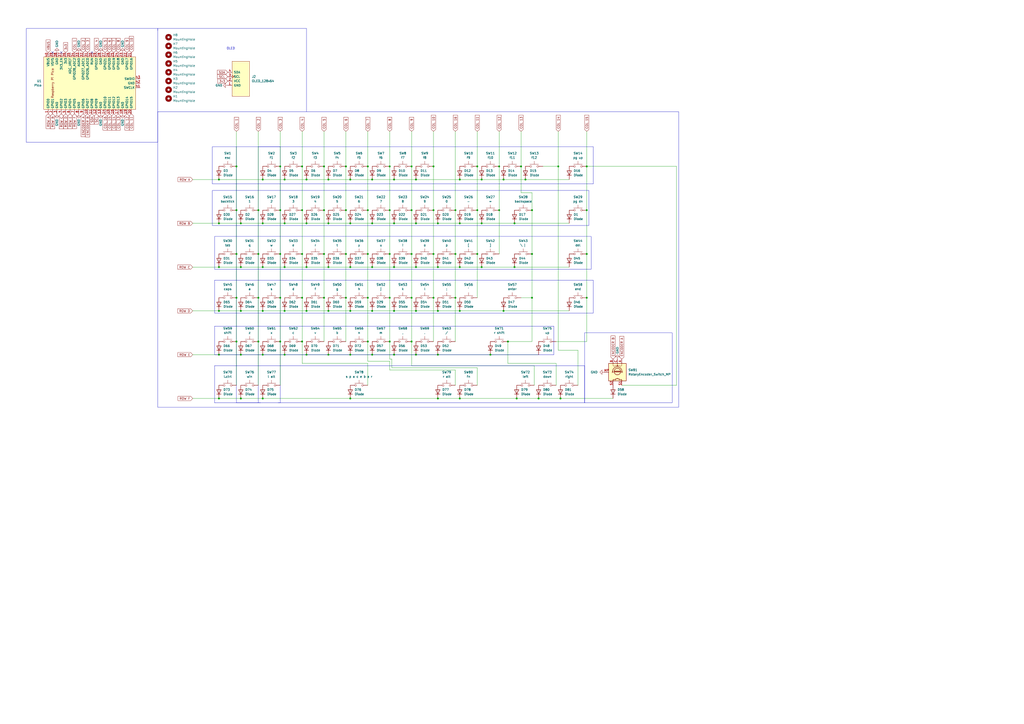
<source format=kicad_sch>
(kicad_sch (version 20241209) (generator "eeschema") (generator_version "9.0")
  (paper "A2")
  (rectangle (start 339.09 193.04) (end 389.89 233.68))
  (rectangle (start 124.46 137.16) (end 342.9 156.21))
  (rectangle (start 123.19 110.49) (end 341.63 130.81))
  (rectangle (start 124.46 212.09) (end 339.09 233.68))
  (rectangle (start 124.46 189.23) (end 321.31 205.74))
  (rectangle (start 15.24 16.51) (end 91.44 82.55))
  (rectangle (start 124.46 162.56) (end 344.17 181.61))
  (rectangle (start 123.19 85.09) (end 344.17 106.68))
  (rectangle (start 91.44 64.77) (end 393.7 236.22))
  (text "OLED \n" (at 134.366 28.194 0) (effects (font (size 1.27 1.27))))
  (junction (at 127 180.34))
  (junction (at 162.56 121.92))
  (junction (at 284.48 205.74))
  (junction (at 241.3 104.14))
  (junction (at 238.76 198.12))
  (junction (at 241.3 129.54))
  (junction (at 203.2 231.14))
  (junction (at 139.7 231.14))
  (junction (at 292.1 180.34))
  (junction (at 162.56 147.32))
  (junction (at 190.5 129.54))
  (junction (at 264.16 172.72))
  (junction (at 228.6 205.74))
  (junction (at 162.56 96.52))
  (junction (at 190.5 154.94))
  (junction (at 127 129.54))
  (junction (at 325.12 231.14))
  (junction (at 127 205.74))
  (junction (at 213.36 121.92))
  (junction (at 266.7 154.94))
  (junction (at 177.8 129.54))
  (junction (at 228.6 154.94))
  (junction (at 213.36 198.12))
  (junction (at 187.96 121.92))
  (junction (at 299.72 231.14))
  (junction (at 165.1 129.54))
  (junction (at 127 104.14))
  (junction (at 162.56 172.72))
  (junction (at 289.56 96.52))
  (junction (at 308.61 121.92))
  (junction (at 304.8 104.14))
  (junction (at 266.7 129.54))
  (junction (at 254 180.34))
  (junction (at 340.36 147.32))
  (junction (at 254 129.54))
  (junction (at 266.7 104.14))
  (junction (at 264.16 147.32))
  (junction (at 137.16 147.32))
  (junction (at 203.2 129.54))
  (junction (at 139.7 129.54))
  (junction (at 175.26 96.52))
  (junction (at 165.1 104.14))
  (junction (at 226.06 147.32))
  (junction (at 177.8 180.34))
  (junction (at 340.36 172.72))
  (junction (at 238.76 172.72))
  (junction (at 238.76 121.92))
  (junction (at 251.46 147.32))
  (junction (at 264.16 121.92))
  (junction (at 213.36 96.52))
  (junction (at 254 205.74))
  (junction (at 215.9 180.34))
  (junction (at 200.66 121.92))
  (junction (at 137.16 121.92))
  (junction (at 215.9 104.14))
  (junction (at 266.7 180.34))
  (junction (at 175.26 172.72))
  (junction (at 152.4 231.14))
  (junction (at 266.7 231.14))
  (junction (at 190.5 180.34))
  (junction (at 226.06 198.12))
  (junction (at 254 231.14))
  (junction (at 279.4 154.94))
  (junction (at 302.26 96.52))
  (junction (at 190.5 205.74))
  (junction (at 215.9 154.94))
  (junction (at 175.26 121.92))
  (junction (at 139.7 205.74))
  (junction (at 213.36 172.72))
  (junction (at 152.4 129.54))
  (junction (at 177.8 104.14))
  (junction (at 162.56 198.12))
  (junction (at 190.5 104.14))
  (junction (at 187.96 172.72))
  (junction (at 308.61 147.32))
  (junction (at 276.86 96.52))
  (junction (at 203.2 154.94))
  (junction (at 203.2 104.14))
  (junction (at 312.42 231.14))
  (junction (at 215.9 129.54))
  (junction (at 289.56 121.92))
  (junction (at 175.26 147.32))
  (junction (at 238.76 96.52))
  (junction (at 251.46 121.92))
  (junction (at 187.96 96.52))
  (junction (at 251.46 96.52))
  (junction (at 149.86 121.92))
  (junction (at 215.9 205.74))
  (junction (at 238.76 147.32))
  (junction (at 203.2 180.34))
  (junction (at 298.45 129.54))
  (junction (at 251.46 172.72))
  (junction (at 149.86 147.32))
  (junction (at 149.86 198.12))
  (junction (at 200.66 96.52))
  (junction (at 177.8 205.74))
  (junction (at 228.6 180.34))
  (junction (at 279.4 104.14))
  (junction (at 228.6 129.54))
  (junction (at 279.4 129.54))
  (junction (at 137.16 96.52))
  (junction (at 276.86 121.92))
  (junction (at 226.06 172.72))
  (junction (at 152.4 154.94))
  (junction (at 200.66 172.72))
  (junction (at 340.36 96.52))
  (junction (at 203.2 205.74))
  (junction (at 228.6 104.14))
  (junction (at 127 154.94))
  (junction (at 165.1 205.74))
  (junction (at 200.66 147.32))
  (junction (at 152.4 180.34))
  (junction (at 226.06 96.52))
  (junction (at 152.4 104.14))
  (junction (at 137.16 198.12))
  (junction (at 175.26 198.12))
  (junction (at 152.4 205.74))
  (junction (at 226.06 121.92))
  (junction (at 241.3 205.74))
  (junction (at 149.86 172.72))
  (junction (at 177.8 154.94))
  (junction (at 340.36 121.92))
  (junction (at 298.45 154.94))
  (junction (at 308.61 172.72))
  (junction (at 139.7 154.94))
  (junction (at 139.7 180.34))
  (junction (at 187.96 147.32))
  (junction (at 165.1 154.94))
  (junction (at 254 154.94))
  (junction (at 323.85 96.52))
  (junction (at 241.3 180.34))
  (junction (at 213.36 147.32))
  (junction (at 276.86 147.32))
  (junction (at 241.3 154.94))
  (junction (at 165.1 180.34))
  (junction (at 127 231.14))
  (junction (at 294.64 198.12))
  (junction (at 137.16 172.72))
  (junction (at 292.1 104.14))
  (no_connect (at 30.48 30.48))
  (no_connect (at 35.56 30.48))
  (no_connect (at 53.34 30.48))
  (wire (pts (xy 213.36 96.52) (xy 213.36 121.92)))
  (wire (pts (xy 137.16 121.92) (xy 137.16 147.32)))
  (wire (pts (xy 226.06 172.72) (xy 226.06 198.12)))
  (wire (pts (xy 203.2 104.14) (xy 215.9 104.14)))
  (wire (pts (xy 200.66 172.72) (xy 200.66 198.12)))
  (wire (pts (xy 213.36 209.55) (xy 213.36 198.12)))
  (wire (pts (xy 226.06 208.28) (xy 226.06 198.12)))
  (wire (pts (xy 177.8 104.14) (xy 190.5 104.14)))
  (wire (pts (xy 227.33 208.28) (xy 226.06 208.28)))
  (wire (pts (xy 200.66 121.92) (xy 200.66 147.32)))
  (wire (pts (xy 190.5 205.74) (xy 203.2 205.74)))
  (wire (pts (xy 340.36 147.32) (xy 340.36 121.92)))
  (wire (pts (xy 309.88 223.52) (xy 309.88 212.09)))
  (wire (pts (xy 127 154.94) (xy 139.7 154.94)))
  (wire (pts (xy 177.8 129.54) (xy 190.5 129.54)))
  (wire (pts (xy 203.2 205.74) (xy 215.9 205.74)))
  (wire (pts (xy 241.3 180.34) (xy 254 180.34)))
  (wire (pts (xy 241.3 205.74) (xy 254 205.74)))
  (wire (pts (xy 340.36 76.2) (xy 340.36 96.52)))
  (wire (pts (xy 279.4 129.54) (xy 298.45 129.54)))
  (wire (pts (xy 289.56 96.52) (xy 289.56 121.92)))
  (polyline (pts (xy 137.16 85.09) (xy 137.16 233.68)))
  (wire (pts (xy 308.61 121.92) (xy 308.61 147.32)))
  (wire (pts (xy 137.16 172.72) (xy 137.16 198.12)))
  (wire (pts (xy 308.61 147.32) (xy 308.61 172.72)))
  (wire (pts (xy 226.06 96.52) (xy 226.06 121.92)))
  (wire (pts (xy 322.58 210.82) (xy 294.64 210.82)))
  (wire (pts (xy 302.26 96.52) (xy 302.26 111.76)))
  (wire (pts (xy 360.68 223.52) (xy 392.43 223.52)))
  (wire (pts (xy 264.16 121.92) (xy 264.16 147.32)))
  (wire (pts (xy 289.56 76.2) (xy 289.56 96.52)))
  (wire (pts (xy 127 129.54) (xy 139.7 129.54)))
  (wire (pts (xy 215.9 205.74) (xy 228.6 205.74)))
  (wire (pts (xy 215.9 129.54) (xy 228.6 129.54)))
  (wire (pts (xy 254 231.14) (xy 266.7 231.14)))
  (wire (pts (xy 323.85 96.52) (xy 323.85 203.2)))
  (wire (pts (xy 175.26 172.72) (xy 175.26 198.12)))
  (wire (pts (xy 213.36 223.52) (xy 213.36 210.82)))
  (wire (pts (xy 312.42 231.14) (xy 325.12 231.14)))
  (wire (pts (xy 304.8 104.14) (xy 330.2 104.14)))
  (wire (pts (xy 323.85 76.2) (xy 323.85 96.52)))
  (wire (pts (xy 215.9 154.94) (xy 228.6 154.94)))
  (wire (pts (xy 152.4 154.94) (xy 165.1 154.94)))
  (wire (pts (xy 139.7 231.14) (xy 152.4 231.14)))
  (wire (pts (xy 165.1 129.54) (xy 177.8 129.54)))
  (wire (pts (xy 203.2 231.14) (xy 254 231.14)))
  (wire (pts (xy 266.7 180.34) (xy 292.1 180.34)))
  (wire (pts (xy 226.06 76.2) (xy 226.06 96.52)))
  (wire (pts (xy 227.33 213.36) (xy 227.33 208.28)))
  (wire (pts (xy 392.43 96.52) (xy 340.36 96.52)))
  (wire (pts (xy 213.36 210.82) (xy 175.26 210.82)))
  (polyline (pts (xy 91.44 16.51) (xy 177.8 16.51)))
  (wire (pts (xy 309.88 212.09) (xy 238.76 212.09)))
  (wire (pts (xy 298.45 154.94) (xy 330.2 154.94)))
  (wire (pts (xy 292.1 180.34) (xy 330.2 180.34)))
  (wire (pts (xy 241.3 129.54) (xy 254 129.54)))
  (wire (pts (xy 228.6 205.74) (xy 241.3 205.74)))
  (wire (pts (xy 335.28 203.2) (xy 335.28 223.52)))
  (wire (pts (xy 152.4 180.34) (xy 165.1 180.34)))
  (wire (pts (xy 238.76 212.09) (xy 238.76 198.12)))
  (wire (pts (xy 162.56 198.12) (xy 162.56 223.52)))
  (wire (pts (xy 340.36 172.72) (xy 340.36 147.32)))
  (wire (pts (xy 190.5 154.94) (xy 203.2 154.94)))
  (wire (pts (xy 238.76 147.32) (xy 238.76 172.72)))
  (wire (pts (xy 165.1 154.94) (xy 177.8 154.94)))
  (wire (pts (xy 254 180.34) (xy 266.7 180.34)))
  (wire (pts (xy 228.6 104.14) (xy 241.3 104.14)))
  (wire (pts (xy 165.1 104.14) (xy 177.8 104.14)))
  (wire (pts (xy 162.56 96.52) (xy 162.56 121.92)))
  (wire (pts (xy 127 205.74) (xy 139.7 205.74)))
  (wire (pts (xy 276.86 223.52) (xy 276.86 213.36)))
  (wire (pts (xy 251.46 172.72) (xy 251.46 198.12)))
  (wire (pts (xy 264.16 172.72) (xy 264.16 198.12)))
  (wire (pts (xy 340.36 198.12) (xy 340.36 172.72)))
  (wire (pts (xy 322.58 198.12) (xy 340.36 198.12)))
  (wire (pts (xy 279.4 154.94) (xy 298.45 154.94)))
  (wire (pts (xy 325.12 231.14) (xy 355.6 231.14)))
  (wire (pts (xy 213.36 121.92) (xy 213.36 147.32)))
  (wire (pts (xy 165.1 205.74) (xy 177.8 205.74)))
  (wire (pts (xy 308.61 111.76) (xy 308.61 121.92)))
  (wire (pts (xy 187.96 121.92) (xy 187.96 147.32)))
  (wire (pts (xy 203.2 180.34) (xy 215.9 180.34)))
  (wire (pts (xy 264.16 147.32) (xy 264.16 172.72)))
  (wire (pts (xy 241.3 154.94) (xy 254 154.94)))
  (wire (pts (xy 264.16 76.2) (xy 264.16 121.92)))
  (wire (pts (xy 149.86 172.72) (xy 149.86 198.12)))
  (wire (pts (xy 200.66 147.32) (xy 200.66 172.72)))
  (wire (pts (xy 165.1 180.34) (xy 177.8 180.34)))
  (wire (pts (xy 266.7 231.14) (xy 299.72 231.14)))
  (wire (pts (xy 162.56 172.72) (xy 162.56 198.12)))
  (wire (pts (xy 226.06 209.55) (xy 213.36 209.55)))
  (wire (pts (xy 289.56 121.92) (xy 289.56 147.32)))
  (wire (pts (xy 139.7 129.54) (xy 152.4 129.54)))
  (wire (pts (xy 152.4 129.54) (xy 165.1 129.54)))
  (wire (pts (xy 203.2 154.94) (xy 215.9 154.94)))
  (wire (pts (xy 139.7 180.34) (xy 152.4 180.34)))
  (wire (pts (xy 177.8 154.94) (xy 190.5 154.94)))
  (wire (pts (xy 127 180.34) (xy 139.7 180.34)))
  (wire (pts (xy 294.64 210.82) (xy 294.64 198.12)))
  (wire (pts (xy 111.76 205.74) (xy 127 205.74)))
  (wire (pts (xy 276.86 76.2) (xy 276.86 96.52)))
  (wire (pts (xy 175.26 96.52) (xy 175.26 121.92)))
  (wire (pts (xy 251.46 147.32) (xy 251.46 172.72)))
  (polyline (pts (xy 177.8 16.51) (xy 177.8 64.77)))
  (polyline (pts (xy 162.56 85.09) (xy 162.56 233.68)))
  (wire (pts (xy 251.46 76.2) (xy 251.46 96.52)))
  (wire (pts (xy 308.61 172.72) (xy 308.61 198.12)))
  (polyline (pts (xy 162.56 233.68) (xy 161.29 233.68)))
  (wire (pts (xy 111.76 180.34) (xy 127 180.34)))
  (wire (pts (xy 228.6 180.34) (xy 241.3 180.34)))
  (wire (pts (xy 238.76 76.2) (xy 238.76 96.52)))
  (wire (pts (xy 302.26 172.72) (xy 308.61 172.72)))
  (wire (pts (xy 302.26 76.2) (xy 302.26 96.52)))
  (wire (pts (xy 213.36 147.32) (xy 213.36 172.72)))
  (wire (pts (xy 137.16 198.12) (xy 137.16 223.52)))
  (wire (pts (xy 254 154.94) (xy 266.7 154.94)))
  (wire (pts (xy 162.56 76.2) (xy 162.56 96.52)))
  (wire (pts (xy 175.26 147.32) (xy 175.26 172.72)))
  (wire (pts (xy 227.33 213.36) (xy 276.86 213.36)))
  (wire (pts (xy 213.36 76.2) (xy 213.36 96.52)))
  (wire (pts (xy 299.72 231.14) (xy 312.42 231.14)))
  (wire (pts (xy 322.58 223.52) (xy 322.58 210.82)))
  (polyline (pts (xy 137.16 233.68) (xy 151.13 233.68)))
  (wire (pts (xy 175.26 121.92) (xy 175.26 147.32)))
  (wire (pts (xy 111.76 104.14) (xy 127 104.14)))
  (wire (pts (xy 292.1 104.14) (xy 304.8 104.14)))
  (wire (pts (xy 177.8 180.34) (xy 190.5 180.34)))
  (wire (pts (xy 137.16 76.2) (xy 137.16 96.52)))
  (wire (pts (xy 266.7 104.14) (xy 279.4 104.14)))
  (wire (pts (xy 200.66 76.2) (xy 200.66 96.52)))
  (wire (pts (xy 152.4 205.74) (xy 165.1 205.74)))
  (wire (pts (xy 137.16 96.52) (xy 137.16 121.92)))
  (wire (pts (xy 238.76 96.52) (xy 238.76 121.92)))
  (wire (pts (xy 279.4 104.14) (xy 292.1 104.14)))
  (wire (pts (xy 149.86 76.2) (xy 149.86 121.92)))
  (wire (pts (xy 127 231.14) (xy 139.7 231.14)))
  (wire (pts (xy 152.4 231.14) (xy 203.2 231.14)))
  (wire (pts (xy 276.86 147.32) (xy 276.86 172.72)))
  (wire (pts (xy 149.86 121.92) (xy 149.86 147.32)))
  (wire (pts (xy 111.76 154.94) (xy 127 154.94)))
  (polyline (pts (xy 149.86 85.09) (xy 162.56 85.09)))
  (wire (pts (xy 200.66 96.52) (xy 200.66 121.92)))
  (wire (pts (xy 111.76 231.14) (xy 127 231.14)))
  (wire (pts (xy 264.16 223.52) (xy 264.16 214.63)))
  (wire (pts (xy 213.36 172.72) (xy 213.36 198.12)))
  (wire (pts (xy 149.86 198.12) (xy 149.86 223.52)))
  (wire (pts (xy 149.86 147.32) (xy 149.86 172.72)))
  (wire (pts (xy 254 129.54) (xy 266.7 129.54)))
  (wire (pts (xy 190.5 129.54) (xy 203.2 129.54)))
  (wire (pts (xy 276.86 96.52) (xy 276.86 121.92)))
  (wire (pts (xy 302.26 111.76) (xy 308.61 111.76)))
  (wire (pts (xy 215.9 104.14) (xy 228.6 104.14)))
  (wire (pts (xy 139.7 205.74) (xy 152.4 205.74)))
  (wire (pts (xy 203.2 129.54) (xy 215.9 129.54)))
  (wire (pts (xy 228.6 129.54) (xy 241.3 129.54)))
  (wire (pts (xy 264.16 214.63) (xy 226.06 214.63)))
  (wire (pts (xy 226.06 214.63) (xy 226.06 209.55)))
  (wire (pts (xy 284.48 205.74) (xy 312.42 205.74)))
  (wire (pts (xy 335.28 203.2) (xy 323.85 203.2)))
  (wire (pts (xy 266.7 129.54) (xy 279.4 129.54)))
  (polyline (pts (xy 91.44 17.78) (xy 91.44 16.51)))
  (wire (pts (xy 238.76 121.92) (xy 238.76 147.32)))
  (wire (pts (xy 162.56 121.92) (xy 162.56 147.32)))
  (wire (pts (xy 111.76 129.54) (xy 127 129.54)))
  (wire (pts (xy 139.7 154.94) (xy 152.4 154.94)))
  (wire (pts (xy 190.5 180.34) (xy 203.2 180.34)))
  (wire (pts (xy 254 205.74) (xy 284.48 205.74)))
  (wire (pts (xy 276.86 121.92) (xy 276.86 147.32)))
  (wire (pts (xy 187.96 96.52) (xy 187.96 121.92)))
  (wire (pts (xy 298.45 129.54) (xy 330.2 129.54)))
  (wire (pts (xy 238.76 172.72) (xy 238.76 198.12)))
  (polyline (pts (xy 149.86 233.68) (xy 149.86 85.09)))
  (wire (pts (xy 137.16 147.32) (xy 137.16 172.72)))
  (wire (pts (xy 226.06 121.92) (xy 226.06 147.32)))
  (wire (pts (xy 294.64 198.12) (xy 308.61 198.12)))
  (wire (pts (xy 175.26 76.2) (xy 175.26 96.52)))
  (wire (pts (xy 228.6 154.94) (xy 241.3 154.94)))
  (wire (pts (xy 177.8 205.74) (xy 190.5 205.74)))
  (wire (pts (xy 187.96 76.2) (xy 187.96 96.52)))
  (wire (pts (xy 162.56 147.32) (xy 162.56 172.72)))
  (wire (pts (xy 266.7 154.94) (xy 279.4 154.94)))
  (wire (pts (xy 187.96 147.32) (xy 187.96 172.72)))
  (wire (pts (xy 215.9 180.34) (xy 228.6 180.34)))
  (wire (pts (xy 340.36 121.92) (xy 340.36 96.52)))
  (wire (pts (xy 241.3 104.14) (xy 266.7 104.14)))
  (wire (pts (xy 175.26 210.82) (xy 175.26 198.12)))
  (wire (pts (xy 251.46 121.92) (xy 251.46 147.32)))
  (wire (pts (xy 392.43 223.52) (xy 392.43 96.52)))
  (wire (pts (xy 226.06 147.32) (xy 226.06 172.72)))
  (wire (pts (xy 251.46 96.52) (xy 251.46 121.92)))
  (wire (pts (xy 190.5 104.14) (xy 203.2 104.14)))
  (wire (pts (xy 127 104.14) (xy 152.4 104.14)))
  (wire (pts (xy 152.4 104.14) (xy 165.1 104.14)))
  (wire (pts (xy 187.96 172.72) (xy 187.96 198.12)))
  (wire (pts (xy 323.85 96.52) (xy 314.96 96.52)))
  (global_label "ROW E" (shape input) (at 40.64 66.04 270) (property "Intersheetrefs" "${INTERSHEET_REFS}" (effects (hide yes))))
  (global_label "COL 2" (shape input) (at 48.26 30.48 90) (property "Intersheetrefs" "${INTERSHEET_REFS}" (effects (hide yes))))
  (global_label "ENCODER A" (shape input) (at 360.68 208.28 90) (property "Intersheetrefs" "${INTERSHEET_REFS}" (effects (hide yes))))
  (global_label "COL 3" (shape input) (at 50.8 30.48 90) (property "Intersheetrefs" "${INTERSHEET_REFS}" (effects (hide yes))))
  (global_label "COL 6" (shape input) (at 200.66 76.2 90) (property "Intersheetrefs" "${INTERSHEET_REFS}" (effects (hide yes))))
  (global_label "SCL" (shape input) (at 55.88 66.04 270) (property "Intersheetrefs" "${INTERSHEET_REFS}" (effects (hide yes))))
  (global_label "ENCODER A" (shape input) (at 48.26 66.04 270) (property "Intersheetrefs" "${INTERSHEET_REFS}" (effects (hide yes))))
  (global_label "COL 13" (shape input) (at 302.26 76.2 90) (property "Intersheetrefs" "${INTERSHEET_REFS}" (effects (hide yes))))
  (global_label "ROW B" (shape input) (at 111.76 129.54 180) (property "Intersheetrefs" "${INTERSHEET_REFS}" (effects (hide yes))))
  (global_label "SDA" (shape input) (at 132.08 41.91 180) (property "Intersheetrefs" "${INTERSHEET_REFS}" (effects (hide yes))))
  (global_label "COL 5" (shape input) (at 60.96 30.48 90) (property "Intersheetrefs" "${INTERSHEET_REFS}" (effects (hide yes))))
  (global_label "ROW A" (shape input) (at 111.76 104.14 180) (property "Intersheetrefs" "${INTERSHEET_REFS}" (effects (hide yes))))
  (global_label "COL 1" (shape input) (at 43.18 30.48 90) (property "Intersheetrefs" "${INTERSHEET_REFS}" (effects (hide yes))))
  (global_label "ROW E" (shape input) (at 111.76 205.74 180) (property "Intersheetrefs" "${INTERSHEET_REFS}" (effects (hide yes))))
  (global_label "VBUS" (shape input) (at 27.94 30.48 90) (property "Intersheetrefs" "${INTERSHEET_REFS}" (effects (hide yes))))
  (global_label "3v3" (shape input) (at 132.08 46.99 180) (property "Intersheetrefs" "${INTERSHEET_REFS}" (effects (hide yes))))
  (global_label "ROW F" (shape input) (at 111.76 231.14 180) (property "Intersheetrefs" "${INTERSHEET_REFS}" (effects (hide yes))))
  (global_label "COL 14" (shape input) (at 323.85 76.2 90) (property "Intersheetrefs" "${INTERSHEET_REFS}" (effects (hide yes))))
  (global_label "COL 7" (shape input) (at 66.04 30.48 90) (property "Intersheetrefs" "${INTERSHEET_REFS}" (effects (hide yes))))
  (global_label "3v3" (shape input) (at 38.1 30.48 90) (property "Intersheetrefs" "${INTERSHEET_REFS}" (effects (hide yes))))
  (global_label "ROW D" (shape input) (at 111.76 180.34 180) (property "Intersheetrefs" "${INTERSHEET_REFS}" (effects (hide yes))))
  (global_label "COL 10" (shape input) (at 76.2 30.48 90) (property "Intersheetrefs" "${INTERSHEET_REFS}" (effects (hide yes))))
  (global_label "COL 15" (shape input) (at 340.36 76.2 90) (property "Intersheetrefs" "${INTERSHEET_REFS}" (effects (hide yes))))
  (global_label "COL 2" (shape input) (at 149.86 76.2 90) (property "Intersheetrefs" "${INTERSHEET_REFS}" (effects (hide yes))))
  (global_label "COL 5" (shape input) (at 187.96 76.2 90) (property "Intersheetrefs" "${INTERSHEET_REFS}" (effects (hide yes))))
  (global_label "COL 7" (shape input) (at 213.36 76.2 90) (property "Intersheetrefs" "${INTERSHEET_REFS}" (effects (hide yes))))
  (global_label "SDA" (shape input) (at 53.34 66.04 270) (property "Intersheetrefs" "${INTERSHEET_REFS}" (effects (hide yes))))
  (global_label "COL 16" (shape input) (at 264.16 76.2 90) (property "Intersheetrefs" "${INTERSHEET_REFS}" (effects (hide yes))))
  (global_label "COL 11" (shape input) (at 76.2 66.04 270) (property "Intersheetrefs" "${INTERSHEET_REFS}" (effects (hide yes))))
  (global_label "COL 8" (shape input) (at 226.06 76.2 90) (property "Intersheetrefs" "${INTERSHEET_REFS}" (effects (hide yes))))
  (global_label "COL 4" (shape input) (at 175.26 76.2 90) (property "Intersheetrefs" "${INTERSHEET_REFS}" (effects (hide yes))))
  (global_label "COL 15" (shape input) (at 63.5 66.04 270) (property "Intersheetrefs" "${INTERSHEET_REFS}" (effects (hide yes))))
  (global_label "COL 11" (shape input) (at 276.86 76.2 90) (property "Intersheetrefs" "${INTERSHEET_REFS}" (effects (hide yes))))
  (global_label "ENCODER B" (shape input) (at 50.8 66.04 270) (property "Intersheetrefs" "${INTERSHEET_REFS}" (effects (hide yes))))
  (global_label "ROW A" (shape input) (at 27.94 66.04 270) (property "Intersheetrefs" "${INTERSHEET_REFS}" (effects (hide yes))))
  (global_label "SCL" (shape input) (at 132.08 44.45 180) (property "Intersheetrefs" "${INTERSHEET_REFS}" (effects (hide yes))))
  (global_label "ROW C" (shape input) (at 111.76 154.94 180) (property "Intersheetrefs" "${INTERSHEET_REFS}" (effects (hide yes))))
  (global_label "COL 12" (shape input) (at 289.56 76.2 90) (property "Intersheetrefs" "${INTERSHEET_REFS}" (effects (hide yes))))
  (global_label "COL 9" (shape input) (at 73.66 30.48 90) (property "Intersheetrefs" "${INTERSHEET_REFS}" (effects (hide yes))))
  (global_label "ROW C" (shape input) (at 35.56 66.04 270) (property "Intersheetrefs" "${INTERSHEET_REFS}" (effects (hide yes))))
  (global_label "COL 12" (shape input) (at 73.66 66.04 270) (property "Intersheetrefs" "${INTERSHEET_REFS}" (effects (hide yes))))
  (global_label "ENCODER B" (shape input) (at 355.6 208.28 90) (property "Intersheetrefs" "${INTERSHEET_REFS}" (effects (hide yes))))
  (global_label "COL 10" (shape input) (at 251.46 76.2 90) (property "Intersheetrefs" "${INTERSHEET_REFS}" (effects (hide yes))))
  (global_label "COL 8" (shape input) (at 68.58 30.48 90) (property "Intersheetrefs" "${INTERSHEET_REFS}" (effects (hide yes))))
  (global_label "COL 13" (shape input) (at 68.58 66.04 270) (property "Intersheetrefs" "${INTERSHEET_REFS}" (effects (hide yes))))
  (global_label "ROW B" (shape input) (at 30.48 66.04 270) (property "Intersheetrefs" "${INTERSHEET_REFS}" (effects (hide yes))))
  (global_label "ROW F" (shape input) (at 43.18 66.04 270) (property "Intersheetrefs" "${INTERSHEET_REFS}" (effects (hide yes))))
  (global_label "COL 1" (shape input) (at 137.16 76.2 90) (property "Intersheetrefs" "${INTERSHEET_REFS}" (effects (hide yes))))
  (global_label "COL 3" (shape input) (at 162.56 76.2 90) (property "Intersheetrefs" "${INTERSHEET_REFS}" (effects (hide yes))))
  (global_label "COL 14" (shape input) (at 66.04 66.04 270) (property "Intersheetrefs" "${INTERSHEET_REFS}" (effects (hide yes))))
  (global_label "COL 4" (shape input) (at 55.88 30.48 90) (property "Intersheetrefs" "${INTERSHEET_REFS}" (effects (hide yes))))
  (global_label "COL 16" (shape input) (at 60.96 66.04 270) (property "Intersheetrefs" "${INTERSHEET_REFS}" (effects (hide yes))))
  (global_label "ROW D" (shape input) (at 38.1 66.04 270) (property "Intersheetrefs" "${INTERSHEET_REFS}" (effects (hide yes))))
  (global_label "COL 9" (shape input) (at 238.76 76.2 90) (property "Intersheetrefs" "${INTERSHEET_REFS}" (effects (hide yes))))
  (global_label "COL 6" (shape input) (at 63.5 30.48 90) (property "Intersheetrefs" "${INTERSHEET_REFS}" (effects (hide yes))))
  (symbol (lib_id "ScottoKeebs:Placeholder_Diode") (at 241.3 201.93 90) (unit 1)
    (property "Reference" "D53" (at 243.84 200.6599 90) (effects (justify right)))
    (property "Value" "Diode" (at 243.84 203.1999 90) (effects (justify right)))
    (property "Footprint" "Diode_THT:D_DO-35_SOD27_P7.62mm_Horizontal" (effects (hide yes)))
    (property "Description" "1N4148 (DO-35) or 1N4148W (SOD-123)" (effects (hide yes)))
    (property "Sim.Device" "D" (effects (hide yes)))
    (property "Sim.Pins" "1=K 2=A" (effects (hide yes)))
  )
  (symbol (lib_id "ScottoKeebs:Placeholder_Diode") (at 215.9 151.13 90) (unit 1)
    (property "Reference" "D38" (at 218.44 149.8599 90) (effects (justify right)))
    (property "Value" "Diode" (at 218.44 152.3999 90) (effects (justify right)))
    (property "Footprint" "Diode_THT:D_DO-35_SOD27_P7.62mm_Horizontal" (effects (hide yes)))
    (property "Description" "1N4148 (DO-35) or 1N4148W (SOD-123)" (effects (hide yes)))
    (property "Sim.Device" "D" (effects (hide yes)))
    (property "Sim.Pins" "1=K 2=A" (effects (hide yes)))
  )
  (symbol (lib_id "ScottoKeebs:Placeholder_Switch") (at 246.38 96.52 0) (unit 1)
    (property "Reference" "SW9" (at 246.38 88.9 0))
    (property "Value" "f8" (at 246.38 91.44 0))
    (property "Footprint" "nimitpad_kb_footprint:SW_Cherry_MX_1.00u_PCB" (effects (hide yes)))
    (property "Description" "Push button switch, generic, two pins" (effects (hide yes)))
  )
  (symbol (lib_id "ScottoKeebs:Placeholder_Diode") (at 165.1 176.53 90) (unit 1)
    (property "Reference" "D62" (at 167.64 175.2599 90) (effects (justify right)))
    (property "Value" "Diode" (at 167.64 177.7999 90) (effects (justify right)))
    (property "Footprint" "Diode_THT:D_DO-35_SOD27_P7.62mm_Horizontal" (effects (hide yes)))
    (property "Description" "1N4148 (DO-35) or 1N4148W (SOD-123)" (effects (hide yes)))
    (property "Sim.Device" "D" (effects (hide yes)))
    (property "Sim.Pins" "1=K 2=A" (effects (hide yes)))
  )
  (symbol (lib_id "ScottoKeebs:Placeholder_Diode") (at 228.6 125.73 90) (unit 1)
    (property "Reference" "D22" (at 231.14 124.4599 90) (effects (justify right)))
    (property "Value" "Diode" (at 231.14 126.9999 90) (effects (justify right)))
    (property "Footprint" "Diode_THT:D_DO-35_SOD27_P7.62mm_Horizontal" (effects (hide yes)))
    (property "Description" "1N4148 (DO-35) or 1N4148W (SOD-123)" (effects (hide yes)))
    (property "Sim.Device" "D" (effects (hide yes)))
    (property "Sim.Pins" "1=K 2=A" (effects (hide yes)))
  )
  (symbol (lib_id "ScottoKeebs:Placeholder_Switch") (at 259.08 121.92 0) (unit 1)
    (property "Reference" "SW25" (at 259.08 114.3 0))
    (property "Value" "0" (at 259.08 116.84 0))
    (property "Footprint" "nimitpad_kb_footprint:SW_Cherry_MX_1.00u_PCB" (effects (hide yes)))
    (property "Description" "Push button switch, generic, two pins" (effects (hide yes)))
  )
  (symbol (lib_id "ScottoKeebs:Placeholder_Switch") (at 303.53 121.92 0) (unit 1)
    (property "Reference" "SW28" (at 303.53 114.3 0))
    (property "Value" "backspace" (at 303.53 116.84 0))
    (property "Footprint" "nimitpad_kb_footprint:SW_Cherry_MX_2.00u_PCB" (effects (hide yes)))
    (property "Description" "Push button switch, generic, two pins" (effects (hide yes)))
  )
  (symbol (lib_id "ScottoKeebs:Placeholder_Diode") (at 190.5 201.93 90) (unit 1)
    (property "Reference" "D71" (at 193.04 200.6599 90) (effects (justify right)))
    (property "Value" "Diode" (at 193.04 203.1999 90) (effects (justify right)))
    (property "Footprint" "Diode_THT:D_DO-35_SOD27_P7.62mm_Horizontal" (effects (hide yes)))
    (property "Description" "1N4148 (DO-35) or 1N4148W (SOD-123)" (effects (hide yes)))
    (property "Sim.Device" "D" (effects (hide yes)))
    (property "Sim.Pins" "1=K 2=A" (effects (hide yes)))
  )
  (symbol (lib_id "ScottoKeebs:Placeholder_Diode") (at 254 125.73 90) (unit 1)
    (property "Reference" "D20" (at 256.54 124.4599 90) (effects (justify right)))
    (property "Value" "Diode" (at 256.54 126.9999 90) (effects (justify right)))
    (property "Footprint" "Diode_THT:D_DO-35_SOD27_P7.62mm_Horizontal" (effects (hide yes)))
    (property "Description" "1N4148 (DO-35) or 1N4148W (SOD-123)" (effects (hide yes)))
    (property "Sim.Device" "D" (effects (hide yes)))
    (property "Sim.Pins" "1=K 2=A" (effects (hide yes)))
  )
  (symbol (lib_id "ScottoKeebs:Placeholder_Diode") (at 139.7 176.53 90) (unit 1)
    (property "Reference" "D64" (at 142.24 175.2599 90) (effects (justify right)))
    (property "Value" "Diode" (at 142.24 177.7999 90) (effects (justify right)))
    (property "Footprint" "Diode_THT:D_DO-35_SOD27_P7.62mm_Horizontal" (effects (hide yes)))
    (property "Description" "1N4148 (DO-35) or 1N4148W (SOD-123)" (effects (hide yes)))
    (property "Sim.Device" "D" (effects (hide yes)))
    (property "Sim.Pins" "1=K 2=A" (effects (hide yes)))
  )
  (symbol (lib_id "ScottoKeebs:Placeholder_Switch") (at 335.28 96.52 0) (unit 1)
    (property "Reference" "SW14" (at 335.28 88.9 0))
    (property "Value" "pg up" (at 335.28 91.44 0))
    (property "Footprint" "nimitpad_kb_footprint:SW_Cherry_MX_1.00u_PCB" (effects (hide yes)))
    (property "Description" "Push button switch, generic, two pins" (effects (hide yes)))
  )
  (symbol (lib_id "ScottoKeebs:Placeholder_Switch") (at 144.78 172.72 0) (unit 1)
    (property "Reference" "SW46" (at 144.78 165.1 0))
    (property "Value" "a" (at 144.78 167.64 0))
    (property "Footprint" "nimitpad_kb_footprint:SW_Cherry_MX_1.00u_PCB" (effects (hide yes)))
    (property "Description" "Push button switch, generic, two pins" (effects (hide yes)))
  )
  (symbol (lib_id "ScottoKeebs:Placeholder_Diode") (at 292.1 100.33 90) (unit 1)
    (property "Reference" "D14" (at 294.64 99.0599 90) (effects (justify right)))
    (property "Value" "Diode" (at 294.64 101.5999 90) (effects (justify right)))
    (property "Footprint" "Diode_THT:D_DO-35_SOD27_P7.62mm_Horizontal" (effects (hide yes)))
    (property "Description" "1N4148 (DO-35) or 1N4148W (SOD-123)" (effects (hide yes)))
    (property "Sim.Device" "D" (effects (hide yes)))
    (property "Sim.Pins" "1=K 2=A" (effects (hide yes)))
  )
  (symbol (lib_id "ScottoKeebs:Placeholder_Diode") (at 279.4 100.33 90) (unit 1)
    (property "Reference" "D13" (at 281.94 99.0599 90) (effects (justify right)))
    (property "Value" "Diode" (at 281.94 101.5999 90) (effects (justify right)))
    (property "Footprint" "Diode_THT:D_DO-35_SOD27_P7.62mm_Horizontal" (effects (hide yes)))
    (property "Description" "1N4148 (DO-35) or 1N4148W (SOD-123)" (effects (hide yes)))
    (property "Sim.Device" "D" (effects (hide yes)))
    (property "Sim.Pins" "1=K 2=A" (effects (hide yes)))
  )
  (symbol (lib_id "power:GND") (at 33.02 66.04 0) (unit 1)
    (property "Reference" "#PWR02" (effects (hide yes)))
    (property "Value" "GND" (at 33.02 71.12 90))
    (property "Description" "Power symbol creates a global label with name \"GND\" , ground" (effects (hide yes)))
  )
  (symbol (lib_id "ScottoKeebs:Placeholder_Diode") (at 203.2 100.33 90) (unit 1)
    (property "Reference" "D8" (at 205.74 99.0599 90) (effects (justify right)))
    (property "Value" "Diode" (at 205.74 101.5999 90) (effects (justify right)))
    (property "Footprint" "Diode_THT:D_DO-35_SOD27_P7.62mm_Horizontal" (effects (hide yes)))
    (property "Description" "1N4148 (DO-35) or 1N4148W (SOD-123)" (effects (hide yes)))
    (property "Sim.Device" "D" (effects (hide yes)))
    (property "Sim.Pins" "1=K 2=A" (effects (hide yes)))
  )
  (symbol (lib_id "ScottoKeebs:Placeholder_Switch") (at 271.78 96.52 0) (unit 1)
    (property "Reference" "SW10" (at 271.78 88.9 0))
    (property "Value" "f9" (at 271.78 91.44 0))
    (property "Footprint" "nimitpad_kb_footprint:SW_Cherry_MX_1.00u_PCB" (effects (hide yes)))
    (property "Description" "Push button switch, generic, two pins" (effects (hide yes)))
  )
  (symbol (lib_id "ScottoKeebs:Placeholder_Diode") (at 284.48 201.93 90) (unit 1)
    (property "Reference" "D49" (at 287.02 200.6599 90) (effects (justify right)))
    (property "Value" "Diode" (at 287.02 203.1999 90) (effects (justify right)))
    (property "Footprint" "Diode_THT:D_DO-35_SOD27_P7.62mm_Horizontal" (effects (hide yes)))
    (property "Description" "1N4148 (DO-35) or 1N4148W (SOD-123)" (effects (hide yes)))
    (property "Sim.Device" "D" (effects (hide yes)))
    (property "Sim.Pins" "1=K 2=A" (effects (hide yes)))
  )
  (symbol (lib_id "power:GND") (at 45.72 30.48 180) (unit 1)
    (property "Reference" "#PWR09" (effects (hide yes)))
    (property "Value" "GND" (at 45.72 25.4 90))
    (property "Description" "Power symbol creates a global label with name \"GND\" , ground" (effects (hide yes)))
  )
  (symbol (lib_id "ScottoKeebs:Placeholder_Switch") (at 297.18 96.52 0) (unit 1)
    (property "Reference" "SW12" (at 297.18 88.9 0))
    (property "Value" "f11" (at 297.18 91.44 0))
    (property "Footprint" "nimitpad_kb_footprint:SW_Cherry_MX_1.00u_PCB" (effects (hide yes)))
    (property "Description" "Push button switch, generic, two pins" (effects (hide yes)))
  )
  (symbol (lib_id "ScottoKeebs:Placeholder_Diode") (at 279.4 151.13 90) (unit 1)
    (property "Reference" "D43" (at 281.94 149.8599 90) (effects (justify right)))
    (property "Value" "Diode" (at 281.94 152.3999 90) (effects (justify right)))
    (property "Footprint" "Diode_THT:D_DO-35_SOD27_P7.62mm_Horizontal" (effects (hide yes)))
    (property "Description" "1N4148 (DO-35) or 1N4148W (SOD-123)" (effects (hide yes)))
    (property "Sim.Device" "D" (effects (hide yes)))
    (property "Sim.Pins" "1=K 2=A" (effects (hide yes)))
  )
  (symbol (lib_id "ScottoKeebs:Placeholder_Switch") (at 259.08 172.72 0) (unit 1)
    (property "Reference" "SW55" (at 259.08 165.1 0))
    (property "Value" ";" (at 259.08 167.64 0))
    (property "Footprint" "nimitpad_kb_footprint:SW_Cherry_MX_1.00u_PCB" (effects (hide yes)))
    (property "Description" "Push button switch, generic, two pins" (effects (hide yes)))
  )
  (symbol (lib_id "ScottoKeebs:Placeholder_Diode") (at 215.9 100.33 90) (unit 1)
    (property "Reference" "D9" (at 218.44 99.0599 90) (effects (justify right)))
    (property "Value" "Diode" (at 218.44 101.5999 90) (effects (justify right)))
    (property "Footprint" "Diode_THT:D_DO-35_SOD27_P7.62mm_Horizontal" (effects (hide yes)))
    (property "Description" "1N4148 (DO-35) or 1N4148W (SOD-123)" (effects (hide yes)))
    (property "Sim.Device" "D" (effects (hide yes)))
    (property "Sim.Pins" "1=K 2=A" (effects (hide yes)))
  )
  (symbol (lib_id "ScottoKeebs:Placeholder_Switch") (at 208.28 172.72 0) (unit 1)
    (property "Reference" "SW51" (at 208.28 165.1 0))
    (property "Value" "h" (at 208.28 167.64 0))
    (property "Footprint" "nimitpad_kb_footprint:SW_Cherry_MX_1.00u_PCB" (effects (hide yes)))
    (property "Description" "Push button switch, generic, two pins" (effects (hide yes)))
  )
  (symbol (lib_id "Mechanical:MountingHole") (at 97.79 21.59 0) (unit 1) (exclude_from_sim yes) (in_bom no)
    (property "Reference" "H8" (at 100.33 20.3199 0) (effects (justify left)))
    (property "Value" "MountingHole" (at 100.33 22.8599 0) (effects (justify left)))
    (property "Footprint" "MountingHole:MountingHole_3.2mm_M3" (effects (hide yes)))
    (property "Description" "Mounting Hole without connection" (effects (hide yes)))
  )
  (symbol (lib_id "ScottoKeebs:Placeholder_Switch") (at 284.48 121.92 0) (unit 1)
    (property "Reference" "SW27" (at 284.48 114.3 0))
    (property "Value" "=" (at 284.48 116.84 0))
    (property "Footprint" "nimitpad_kb_footprint:SW_Cherry_MX_1.00u_PCB" (effects (hide yes)))
    (property "Description" "Push button switch, generic, two pins" (effects (hide yes)))
  )
  (symbol (lib_id "ScottoKeebs:Placeholder_Diode") (at 298.45 151.13 90) (unit 1)
    (property "Reference" "D44" (at 300.99 149.8599 90) (effects (justify right)))
    (property "Value" "Diode" (at 300.99 152.3999 90) (effects (justify right)))
    (property "Footprint" "Diode_THT:D_DO-35_SOD27_P7.62mm_Horizontal" (effects (hide yes)))
    (property "Description" "1N4148 (DO-35) or 1N4148W (SOD-123)" (effects (hide yes)))
    (property "Sim.Device" "D" (effects (hide yes)))
    (property "Sim.Pins" "1=K 2=A" (effects (hide yes)))
  )
  (symbol (lib_id "ScottoKeebs:Placeholder_Switch") (at 220.98 172.72 0) (unit 1)
    (property "Reference" "SW52" (at 220.98 165.1 0))
    (property "Value" "j" (at 220.98 167.64 0))
    (property "Footprint" "nimitpad_kb_footprint:SW_Cherry_MX_1.00u_PCB" (effects (hide yes)))
    (property "Description" "Push button switch, generic, two pins" (effects (hide yes)))
  )
  (symbol (lib_id "ScottoKeebs:Placeholder_Switch") (at 335.28 121.92 0) (unit 1)
    (property "Reference" "SW29" (at 335.28 114.3 0))
    (property "Value" "pg dn" (at 335.28 116.84 0))
    (property "Footprint" "nimitpad_kb_footprint:SW_Cherry_MX_1.00u_PCB" (effects (hide yes)))
    (property "Description" "Push button switch, generic, two pins" (effects (hide yes)))
  )
  (symbol (lib_id "ScottoKeebs:Placeholder_Switch") (at 144.78 223.52 0) (unit 1)
    (property "Reference" "SW76" (at 144.78 215.9 0))
    (property "Value" "win" (at 144.78 218.44 0))
    (property "Footprint" "nimitpad_kb_footprint:SW_Cherry_MX_1.25u_PCB" (effects (hide yes)))
    (property "Description" "Push button switch, generic, two pins" (effects (hide yes)))
  )
  (symbol (lib_id "ScottoKeebs:Placeholder_Switch") (at 208.28 121.92 0) (unit 1)
    (property "Reference" "SW21" (at 208.28 114.3 0))
    (property "Value" "6" (at 208.28 116.84 0))
    (property "Footprint" "nimitpad_kb_footprint:SW_Cherry_MX_1.00u_PCB" (effects (hide yes)))
    (property "Description" "Push button switch, generic, two pins" (effects (hide yes)))
  )
  (symbol (lib_id "ScottoKeebs:Placeholder_Switch") (at 170.18 96.52 0) (unit 1)
    (property "Reference" "SW3" (at 170.18 88.9 0))
    (property "Value" "f2" (at 170.18 91.44 0))
    (property "Footprint" "nimitpad_kb_footprint:SW_Cherry_MX_1.00u_PCB" (effects (hide yes)))
    (property "Description" "Push button switch, generic, two pins" (effects (hide yes)))
  )
  (symbol (lib_id "Mechanical:MountingHole") (at 97.79 36.83 0) (unit 1) (exclude_from_sim yes) (in_bom no)
    (property "Reference" "H5" (at 100.33 35.5599 0) (effects (justify left)))
    (property "Value" "MountingHole" (at 100.33 38.0999 0) (effects (justify left)))
    (property "Footprint" "MountingHole:MountingHole_3.2mm_M3" (effects (hide yes)))
    (property "Description" "Mounting Hole without connection" (effects (hide yes)))
  )
  (symbol (lib_id "ScottoKeebs:Placeholder_Switch") (at 304.8 223.52 0) (unit 1)
    (property "Reference" "SW72" (at 304.8 215.9 0))
    (property "Value" "left" (at 304.8 218.44 0))
    (property "Footprint" "nimitpad_kb_footprint:SW_Cherry_MX_1.00u_PCB" (effects (hide yes)))
    (property "Description" "Push button switch, generic, two pins" (effects (hide yes)))
  )
  (symbol (lib_id "ScottoKeebs:Placeholder_Diode") (at 298.45 125.73 90) (unit 1)
    (property "Reference" "D17" (at 300.99 124.4599 90) (effects (justify right)))
    (property "Value" "Diode" (at 300.99 126.9999 90) (effects (justify right)))
    (property "Footprint" "Diode_THT:D_DO-35_SOD27_P7.62mm_Horizontal" (effects (hide yes)))
    (property "Description" "1N4148 (DO-35) or 1N4148W (SOD-123)" (effects (hide yes)))
    (property "Sim.Device" "D" (effects (hide yes)))
    (property "Sim.Pins" "1=K 2=A" (effects (hide yes)))
  )
  (symbol (lib_id "ScottoKeebs:Placeholder_Diode") (at 304.8 100.33 90) (unit 1)
    (property "Reference" "D15" (at 307.34 99.0599 90) (effects (justify right)))
    (property "Value" "Diode" (at 307.34 101.5999 90) (effects (justify right)))
    (property "Footprint" "Diode_THT:D_DO-35_SOD27_P7.62mm_Horizontal" (effects (hide yes)))
    (property "Description" "1N4148 (DO-35) or 1N4148W (SOD-123)" (effects (hide yes)))
    (property "Sim.Device" "D" (effects (hide yes)))
    (property "Sim.Pins" "1=K 2=A" (effects (hide yes)))
  )
  (symbol (lib_id "ScottoKeebs:Placeholder_Diode") (at 330.2 151.13 90) (unit 1)
    (property "Reference" "D45" (at 332.74 149.8599 90) (effects (justify right)))
    (property "Value" "Diode" (at 332.74 152.3999 90) (effects (justify right)))
    (property "Footprint" "Diode_THT:D_DO-35_SOD27_P7.62mm_Horizontal" (effects (hide yes)))
    (property "Description" "1N4148 (DO-35) or 1N4148W (SOD-123)" (effects (hide yes)))
    (property "Sim.Device" "D" (effects (hide yes)))
    (property "Sim.Pins" "1=K 2=A" (effects (hide yes)))
  )
  (symbol (lib_id "ScottoKeebs:Placeholder_Diode") (at 228.6 151.13 90) (unit 1)
    (property "Reference" "D39" (at 231.14 149.8599 90) (effects (justify right)))
    (property "Value" "Diode" (at 231.14 152.3999 90) (effects (justify right)))
    (property "Footprint" "Diode_THT:D_DO-35_SOD27_P7.62mm_Horizontal" (effects (hide yes)))
    (property "Description" "1N4148 (DO-35) or 1N4148W (SOD-123)" (effects (hide yes)))
    (property "Sim.Device" "D" (effects (hide yes)))
    (property "Sim.Pins" "1=K 2=A" (effects (hide yes)))
  )
  (symbol (lib_id "ScottoKeebs:Placeholder_Switch") (at 195.58 198.12 0) (unit 1)
    (property "Reference" "SW65" (at 195.58 190.5 0))
    (property "Value" "b" (at 195.58 193.04 0))
    (property "Footprint" "nimitpad_kb_footprint:SW_Cherry_MX_1.00u_PCB" (effects (hide yes)))
    (property "Description" "Push button switch, generic, two pins" (effects (hide yes)))
  )
  (symbol (lib_id "ScottoKeebs:Placeholder_Diode") (at 127 201.93 90) (unit 1)
    (property "Reference" "D66" (at 129.54 200.6599 90) (effects (justify right)))
    (property "Value" "Diode" (at 129.54 203.1999 90) (effects (justify right)))
    (property "Footprint" "Diode_THT:D_DO-35_SOD27_P7.62mm_Horizontal" (effects (hide yes)))
    (property "Description" "1N4148 (DO-35) or 1N4148W (SOD-123)" (effects (hide yes)))
    (property "Sim.Device" "D" (effects (hide yes)))
    (property "Sim.Pins" "1=K 2=A" (effects (hide yes)))
  )
  (symbol (lib_id "power:GND") (at 33.02 30.48 180) (unit 1)
    (property "Reference" "#PWR010" (effects (hide yes)))
    (property "Value" "GND" (at 33.02 25.4 90))
    (property "Description" "Power symbol creates a global label with name \"GND\" , ground" (effects (hide yes)))
  )
  (symbol (lib_id "ScottoKeebs:Placeholder_Diode") (at 165.1 151.13 90) (unit 1)
    (property "Reference" "D34" (at 167.64 149.8599 90) (effects (justify right)))
    (property "Value" "Diode" (at 167.64 152.3999 90) (effects (justify right)))
    (property "Footprint" "Diode_THT:D_DO-35_SOD27_P7.62mm_Horizontal" (effects (hide yes)))
    (property "Description" "1N4148 (DO-35) or 1N4148W (SOD-123)" (effects (hide yes)))
    (property "Sim.Device" "D" (effects (hide yes)))
    (property "Sim.Pins" "1=K 2=A" (effects (hide yes)))
  )
  (symbol (lib_id "MCU_RaspberryPi_and_Boards:Pico") (at 52.07 48.26 90) (unit 1)
    (property "Reference" "U1" (at 24.13 46.9899 90) (effects (justify left)))
    (property "Value" "Pico" (at 24.13 49.5299 90) (effects (justify left)))
    (property "Footprint" "MCU_RaspberryPi_and_Boards:RPi_Pico_SMD_TH" (effects (hide yes)))
  )
  (symbol (lib_id "Mechanical:MountingHole") (at 97.79 41.91 0) (unit 1) (exclude_from_sim yes) (in_bom no)
    (property "Reference" "H4" (at 100.33 40.6399 0) (effects (justify left)))
    (property "Value" "MountingHole" (at 100.33 43.1799 0) (effects (justify left)))
    (property "Footprint" "MountingHole:MountingHole_3.2mm_M3" (effects (hide yes)))
    (property "Description" "Mounting Hole without connection" (effects (hide yes)))
  )
  (symbol (lib_id "Mechanical:MountingHole") (at 97.79 31.75 0) (unit 1) (exclude_from_sim yes) (in_bom no)
    (property "Reference" "H6" (at 100.33 30.4799 0) (effects (justify left)))
    (property "Value" "MountingHole" (at 100.33 33.0199 0) (effects (justify left)))
    (property "Footprint" "MountingHole:MountingHole_3.2mm_M3" (effects (hide yes)))
    (property "Description" "Mounting Hole without connection" (effects (hide yes)))
  )
  (symbol (lib_id "ScottoKeebs:Placeholder_Switch") (at 157.48 172.72 0) (unit 1)
    (property "Reference" "SW47" (at 157.48 165.1 0))
    (property "Value" "s" (at 157.48 167.64 0))
    (property "Footprint" "nimitpad_kb_footprint:SW_Cherry_MX_1.00u_PCB" (effects (hide yes)))
    (property "Description" "Push button switch, generic, two pins" (effects (hide yes)))
  )
  (symbol (lib_id "ScottoKeebs:Placeholder_Diode") (at 215.9 176.53 90) (unit 1)
    (property "Reference" "D29" (at 218.44 175.2599 90) (effects (justify right)))
    (property "Value" "Diode" (at 218.44 177.7999 90) (effects (justify right)))
    (property "Footprint" "Diode_THT:D_DO-35_SOD27_P7.62mm_Horizontal" (effects (hide yes)))
    (property "Description" "1N4148 (DO-35) or 1N4148W (SOD-123)" (effects (hide yes)))
    (property "Sim.Device" "D" (effects (hide yes)))
    (property "Sim.Pins" "1=K 2=A" (effects (hide yes)))
  )
  (symbol (lib_id "ScottoKeebs:Placeholder_Diode") (at 152.4 125.73 90) (unit 1)
    (property "Reference" "D28" (at 154.94 124.4599 90) (effects (justify right)))
    (property "Value" "Diode" (at 154.94 126.9999 90) (effects (justify right)))
    (property "Footprint" "Diode_THT:D_DO-35_SOD27_P7.62mm_Horizontal" (effects (hide yes)))
    (property "Description" "1N4148 (DO-35) or 1N4148W (SOD-123)" (effects (hide yes)))
    (property "Sim.Device" "D" (effects (hide yes)))
    (property "Sim.Pins" "1=K 2=A" (effects (hide yes)))
  )
  (symbol (lib_id "ScottoKeebs:Placeholder_Switch") (at 144.78 198.12 0) (unit 1)
    (property "Reference" "SW60" (at 144.78 190.5 0))
    (property "Value" "z" (at 144.78 193.04 0))
    (property "Footprint" "nimitpad_kb_footprint:SW_Cherry_MX_1.00u_PCB" (effects (hide yes)))
    (property "Description" "Push button switch, generic, two pins" (effects (hide yes)))
  )
  (symbol (lib_id "ScottoKeebs:Placeholder_Diode") (at 228.6 201.93 90) (unit 1)
    (property "Reference" "D56" (at 231.14 200.6599 90) (effects (justify right)))
    (property "Value" "Diode" (at 231.14 203.1999 90) (effects (justify right)))
    (property "Footprint" "Diode_THT:D_DO-35_SOD27_P7.62mm_Horizontal" (effects (hide yes)))
    (property "Description" "1N4148 (DO-35) or 1N4148W (SOD-123)" (effects (hide yes)))
    (property "Sim.Device" "D" (effects (hide yes)))
    (property "Sim.Pins" "1=K 2=A" (effects (hide yes)))
  )
  (symbol (lib_id "ScottoKeebs:Placeholder_Diode") (at 254 201.93 90) (unit 1)
    (property "Reference" "D52" (at 256.54 200.6599 90) (effects (justify right)))
    (property "Value" "Diode" (at 256.54 203.1999 90) (effects (justify right)))
    (property "Footprint" "Diode_THT:D_DO-35_SOD27_P7.62mm_Horizontal" (effects (hide yes)))
    (property "Description" "1N4148 (DO-35) or 1N4148W (SOD-123)" (effects (hide yes)))
    (property "Sim.Device" "D" (effects (hide yes)))
    (property "Sim.Pins" "1=K 2=A" (effects (hide yes)))
  )
  (symbol (lib_id "ScottoKeebs:Placeholder_Switch") (at 182.88 172.72 0) (unit 1)
    (property "Reference" "SW49" (at 182.88 165.1 0))
    (property "Value" "f" (at 182.88 167.64 0))
    (property "Footprint" "nimitpad_kb_footprint:SW_Cherry_MX_1.00u_PCB" (effects (hide yes)))
    (property "Description" "Push button switch, generic, two pins" (effects (hide yes)))
  )
  (symbol (lib_id "ScottoKeebs:Placeholder_Diode") (at 228.6 100.33 90) (unit 1)
    (property "Reference" "D10" (at 231.14 99.0599 90) (effects (justify right)))
    (property "Value" "Diode" (at 231.14 101.5999 90) (effects (justify right)))
    (property "Footprint" "Diode_THT:D_DO-35_SOD27_P7.62mm_Horizontal" (effects (hide yes)))
    (property "Description" "1N4148 (DO-35) or 1N4148W (SOD-123)" (effects (hide yes)))
    (property "Sim.Device" "D" (effects (hide yes)))
    (property "Sim.Pins" "1=K 2=A" (effects (hide yes)))
  )
  (symbol (lib_id "ScottoKeebs:Placeholder_Switch") (at 284.48 96.52 0) (unit 1)
    (property "Reference" "SW11" (at 284.48 88.9 0))
    (property "Value" "f10" (at 284.48 91.44 0))
    (property "Footprint" "nimitpad_kb_footprint:SW_Cherry_MX_1.00u_PCB" (effects (hide yes)))
    (property "Description" "Push button switch, generic, two pins" (effects (hide yes)))
  )
  (symbol (lib_id "ScottoKeebs:Placeholder_Diode") (at 266.7 227.33 90) (unit 1)
    (property "Reference" "D78" (at 269.24 226.0599 90) (effects (justify right)))
    (property "Value" "Diode" (at 269.24 228.5999 90) (effects (justify right)))
    (property "Footprint" "Diode_THT:D_DO-35_SOD27_P7.62mm_Horizontal" (effects (hide yes)))
    (property "Description" "1N4148 (DO-35) or 1N4148W (SOD-123)" (effects (hide yes)))
    (property "Sim.Device" "D" (effects (hide yes)))
    (property "Sim.Pins" "1=K 2=A" (effects (hide yes)))
  )
  (symbol (lib_id "Mechanical:MountingHole") (at 97.79 26.67 0) (unit 1) (exclude_from_sim yes) (in_bom no)
    (property "Reference" "H7" (at 100.33 25.3999 0) (effects (justify left)))
    (property "Value" "MountingHole" (at 100.33 27.9399 0) (effects (justify left)))
    (property "Footprint" "MountingHole:MountingHole_3.2mm_M3" (effects (hide yes)))
    (property "Description" "Mounting Hole without connection" (effects (hide yes)))
  )
  (symbol (lib_id "ScottoKeebs:Placeholder_Switch") (at 233.68 198.12 0) (unit 1)
    (property "Reference" "SW68" (at 233.68 190.5 0))
    (property "Value" "," (at 233.68 193.04 0))
    (property "Footprint" "nimitpad_kb_footprint:SW_Cherry_MX_1.00u_PCB" (effects (hide yes)))
    (property "Description" "Push button switch, generic, two pins" (effects (hide yes)))
  )
  (symbol (lib_id "ScottoKeebs:Placeholder_Diode") (at 241.3 151.13 90) (unit 1)
    (property "Reference" "D40" (at 243.84 149.8599 90) (effects (justify right)))
    (property "Value" "Diode" (at 243.84 152.3999 90) (effects (justify right)))
    (property "Footprint" "Diode_THT:D_DO-35_SOD27_P7.62mm_Horizontal" (effects (hide yes)))
    (property "Description" "1N4148 (DO-35) or 1N4148W (SOD-123)" (effects (hide yes)))
    (property "Sim.Device" "D" (effects (hide yes)))
    (property "Sim.Pins" "1=K 2=A" (effects (hide yes)))
  )
  (symbol (lib_id "ScottoKeebs:Placeholder_Diode") (at 241.3 125.73 90) (unit 1)
    (property "Reference" "D21" (at 243.84 124.4599 90) (effects (justify right)))
    (property "Value" "Diode" (at 243.84 126.9999 90) (effects (justify right)))
    (property "Footprint" "Diode_THT:D_DO-35_SOD27_P7.62mm_Horizontal" (effects (hide yes)))
    (property "Description" "1N4148 (DO-35) or 1N4148W (SOD-123)" (effects (hide yes)))
    (property "Sim.Device" "D" (effects (hide yes)))
    (property "Sim.Pins" "1=K 2=A" (effects (hide yes)))
  )
  (symbol (lib_id "ScottoKeebs:Placeholder_Switch") (at 220.98 121.92 0) (unit 1)
    (property "Reference" "SW22" (at 220.98 114.3 0))
    (property "Value" "7" (at 220.98 116.84 0))
    (property "Footprint" "nimitpad_kb_footprint:SW_Cherry_MX_1.00u_PCB" (effects (hide yes)))
    (property "Description" "Push button switch, generic, two pins" (effects (hide yes)))
  )
  (symbol (lib_id "ScottoKeebs:Placeholder_Diode") (at 190.5 125.73 90) (unit 1)
    (property "Reference" "D25" (at 193.04 124.4599 90) (effects (justify right)))
    (property "Value" "Diode" (at 193.04 126.9999 90) (effects (justify right)))
    (property "Footprint" "Diode_THT:D_DO-35_SOD27_P7.62mm_Horizontal" (effects (hide yes)))
    (property "Description" "1N4148 (DO-35) or 1N4148W (SOD-123)" (effects (hide yes)))
    (property "Sim.Device" "D" (effects (hide yes)))
    (property "Sim.Pins" "1=K 2=A" (effects (hide yes)))
  )
  (symbol (lib_id "ScottoKeebs:Placeholder_Diode") (at 139.7 201.93 90) (unit 1)
    (property "Reference" "D67" (at 142.24 200.6599 90) (effects (justify right)))
    (property "Value" "Diode" (at 142.24 203.1999 90) (effects (justify right)))
    (property "Footprint" "Diode_THT:D_DO-35_SOD27_P7.62mm_Horizontal" (effects (hide yes)))
    (property "Description" "1N4148 (DO-35) or 1N4148W (SOD-123)" (effects (hide yes)))
    (property "Sim.Device" "D" (effects (hide yes)))
    (property "Sim.Pins" "1=K 2=A" (effects (hide yes)))
  )
  (symbol (lib_id "Device:RotaryEncoder_Switch_MP") (at 358.14 215.9 270) (unit 1)
    (property "Reference" "SW81" (at 364.49 214.6299 90) (effects (justify left)))
    (property "Value" "RotaryEncoder_Switch_MP" (at 364.49 217.1699 90) (effects (justify left)))
    (property "Footprint" "Rotary_Encoder:RotaryEncoder_Alps_EC11E-Switch_Vertical_H20mm" (effects (hide yes)))
    (property "Description" "Rotary encoder, dual channel, incremental quadrate outputs, with switch and MP Pin" (effects (hide yes)))
  )
  (symbol (lib_id "ScottoKeebs:Placeholder_Diode") (at 266.7 151.13 90) (unit 1)
    (property "Reference" "D42" (at 269.24 149.8599 90) (effects (justify right)))
    (property "Value" "Diode" (at 269.24 152.3999 90) (effects (justify right)))
    (property "Footprint" "Diode_THT:D_DO-35_SOD27_P7.62mm_Horizontal" (effects (hide yes)))
    (property "Description" "1N4148 (DO-35) or 1N4148W (SOD-123)" (effects (hide yes)))
    (property "Sim.Device" "D" (effects (hide yes)))
    (property "Sim.Pins" "1=K 2=A" (effects (hide yes)))
  )
  (symbol (lib_id "ScottoKeebs:Placeholder_Diode") (at 203.2 227.33 90) (unit 1)
    (property "Reference" "D76" (at 205.74 226.0599 90) (effects (justify right)))
    (property "Value" "Diode" (at 205.74 228.5999 90) (effects (justify right)))
    (property "Footprint" "Diode_THT:D_DO-35_SOD27_P7.62mm_Horizontal" (effects (hide yes)))
    (property "Description" "1N4148 (DO-35) or 1N4148W (SOD-123)" (effects (hide yes)))
    (property "Sim.Device" "D" (effects (hide yes)))
    (property "Sim.Pins" "1=K 2=A" (effects (hide yes)))
  )
  (symbol (lib_id "ScottoKeebs:Placeholder_Switch") (at 132.08 198.12 0) (unit 1)
    (property "Reference" "SW59" (at 132.08 190.5 0))
    (property "Value" "shift" (at 132.08 193.04 0))
    (property "Footprint" "nimitpad_kb_footprint:SW_Cherry_MX_2.25u_PCB" (effects (hide yes)))
    (property "Description" "Push button switch, generic, two pins" (effects (hide yes)))
  )
  (symbol (lib_id "ScottoKeebs:Placeholder_Switch") (at 309.88 96.52 0) (unit 1)
    (property "Reference" "SW13" (at 309.88 88.9 0))
    (property "Value" "f12" (at 309.88 91.44 0))
    (property "Footprint" "nimitpad_kb_footprint:SW_Cherry_MX_1.00u_PCB" (effects (hide yes)))
    (property "Description" "Push button switch, generic, two pins" (effects (hide yes)))
  )
  (symbol (lib_id "ScottoKeebs:Placeholder_Diode") (at 203.2 201.93 90) (unit 1)
    (property "Reference" "D72" (at 205.74 200.6599 90) (effects (justify right)))
    (property "Value" "Diode" (at 205.74 203.1999 90) (effects (justify right)))
    (property "Footprint" "Diode_THT:D_DO-35_SOD27_P7.62mm_Horizontal" (effects (hide yes)))
    (property "Description" "1N4148 (DO-35) or 1N4148W (SOD-123)" (effects (hide yes)))
    (property "Sim.Device" "D" (effects (hide yes)))
    (property "Sim.Pins" "1=K 2=A" (effects (hide yes)))
  )
  (symbol (lib_id "ScottoKeebs:Placeholder_Switch") (at 182.88 121.92 0) (unit 1)
    (property "Reference" "SW19" (at 182.88 114.3 0))
    (property "Value" "4" (at 182.88 116.84 0))
    (property "Footprint" "nimitpad_kb_footprint:SW_Cherry_MX_1.00u_PCB" (effects (hide yes)))
    (property "Description" "Push button switch, generic, two pins" (effects (hide yes)))
  )
  (symbol (lib_id "ScottoKeebs:Placeholder_Switch") (at 208.28 198.12 0) (unit 1)
    (property "Reference" "SW66" (at 208.28 190.5 0))
    (property "Value" "n" (at 208.28 193.04 0))
    (property "Footprint" "nimitpad_kb_footprint:SW_Cherry_MX_1.00u_PCB" (effects (hide yes)))
    (property "Description" "Push button switch, generic, two pins" (effects (hide yes)))
  )
  (symbol (lib_id "ScottoKeebs:Placeholder_Diode") (at 254 151.13 90) (unit 1)
    (property "Reference" "D41" (at 256.54 149.8599 90) (effects (justify right)))
    (property "Value" "Diode" (at 256.54 152.3999 90) (effects (justify right)))
    (property "Footprint" "Diode_THT:D_DO-35_SOD27_P7.62mm_Horizontal" (effects (hide yes)))
    (property "Description" "1N4148 (DO-35) or 1N4148W (SOD-123)" (effects (hide yes)))
    (property "Sim.Device" "D" (effects (hide yes)))
    (property "Sim.Pins" "1=K 2=A" (effects (hide yes)))
  )
  (symbol (lib_id "ScottoKeebs:Placeholder_Switch") (at 233.68 121.92 0) (unit 1)
    (property "Reference" "SW23" (at 233.68 114.3 0))
    (property "Value" "8" (at 233.68 116.84 0))
    (property "Footprint" "nimitpad_kb_footprint:SW_Cherry_MX_1.00u_PCB" (effects (hide yes)))
    (property "Description" "Push button switch, generic, two pins" (effects (hide yes)))
  )
  (symbol (lib_id "ScottoKeebs:Placeholder_Switch") (at 220.98 198.12 0) (unit 1)
    (property "Reference" "SW67" (at 220.98 190.5 0))
    (property "Value" "m" (at 220.98 193.04 0))
    (property "Footprint" "nimitpad_kb_footprint:SW_Cherry_MX_1.00u_PCB" (effects (hide yes)))
    (property "Description" "Push button switch, generic, two pins" (effects (hide yes)))
  )
  (symbol (lib_id "ScottoKeebs:Placeholder_Switch") (at 195.58 121.92 0) (unit 1)
    (property "Reference" "SW20" (at 195.58 114.3 0))
    (property "Value" "5" (at 195.58 116.84 0))
    (property "Footprint" "nimitpad_kb_footprint:SW_Cherry_MX_1.00u_PCB" (effects (hide yes)))
    (property "Description" "Push button switch, generic, two pins" (effects (hide yes)))
  )
  (symbol (lib_id "ScottoKeebs:Placeholder_Switch") (at 271.78 172.72 0) (unit 1)
    (property "Reference" "SW56" (at 271.78 165.1 0))
    (property "Value" "'" (at 271.78 167.64 0))
    (property "Footprint" "nimitpad_kb_footprint:SW_Cherry_MX_1.00u_PCB" (effects (hide yes)))
    (property "Description" "Push button switch, generic, two pins" (effects (hide yes)))
  )
  (symbol (lib_id "power:GND") (at 132.08 49.53 270) (unit 1)
    (property "Reference" "#PWR012" (effects (hide yes)))
    (property "Value" "GND" (at 127 49.53 90))
    (property "Description" "Power symbol creates a global label with name \"GND\" , ground" (effects (hide yes)))
  )
  (symbol (lib_id "ScottoKeebs:Placeholder_Diode") (at 177.8 201.93 90) (unit 1)
    (property "Reference" "D70" (at 180.34 200.6599 90) (effects (justify right)))
    (property "Value" "Diode" (at 180.34 203.1999 90) (effects (justify right)))
    (property "Footprint" "Diode_THT:D_DO-35_SOD27_P7.62mm_Horizontal" (effects (hide yes)))
    (property "Description" "1N4148 (DO-35) or 1N4148W (SOD-123)" (effects (hide yes)))
    (property "Sim.Device" "D" (effects (hide yes)))
    (property "Sim.Pins" "1=K 2=A" (effects (hide yes)))
  )
  (symbol (lib_id "ScottoKeebs:Placeholder_Diode") (at 203.2 151.13 90) (unit 1)
    (property "Reference" "D37" (at 205.74 149.8599 90) (effects (justify right)))
    (property "Value" "Diode" (at 205.74 152.3999 90) (effects (justify right)))
    (property "Footprint" "Diode_THT:D_DO-35_SOD27_P7.62mm_Horizontal" (effects (hide yes)))
    (property "Description" "1N4148 (DO-35) or 1N4148W (SOD-123)" (effects (hide yes)))
    (property "Sim.Device" "D" (effects (hide yes)))
    (property "Sim.Pins" "1=K 2=A" (effects (hide yes)))
  )
  (symbol (lib_id "ScottoKeebs:Placeholder_Switch") (at 132.08 121.92 0) (unit 1)
    (property "Reference" "SW15" (at 132.08 114.3 0))
    (property "Value" "backtick" (at 132.08 116.84 0))
    (property "Footprint" "nimitpad_kb_footprint:SW_Cherry_MX_1.00u_PCB" (effects (hide yes)))
    (property "Description" "Push button switch, generic, two pins" (effects (hide yes)))
  )
  (symbol (lib_id "ScottoKeebs:Placeholder_Switch") (at 233.68 172.72 0) (unit 1)
    (property "Reference" "SW53" (at 233.68 165.1 0))
    (property "Value" "k" (at 233.68 167.64 0))
    (property "Footprint" "nimitpad_kb_footprint:SW_Cherry_MX_1.00u_PCB" (effects (hide yes)))
    (property "Description" "Push button switch, generic, two pins" (effects (hide yes)))
  )
  (symbol (lib_id "ScottoKeebs:Placeholder_Diode") (at 152.4 100.33 90) (unit 1)
    (property "Reference" "D4" (at 154.94 99.0599 90) (effects (justify right)))
    (property "Value" "Diode" (at 154.94 101.5999 90) (effects (justify right)))
    (property "Footprint" "Diode_THT:D_DO-35_SOD27_P7.62mm_Horizontal" (effects (hide yes)))
    (property "Description" "1N4148 (DO-35) or 1N4148W (SOD-123)" (effects (hide yes)))
    (property "Sim.Device" "D" (effects (hide yes)))
    (property "Sim.Pins" "1=K 2=A" (effects (hide yes)))
  )
  (symbol (lib_id "ScottoKeebs:Placeholder_Switch") (at 208.28 147.32 0) (unit 1)
    (property "Reference" "SW36" (at 208.28 139.7 0))
    (property "Value" "y" (at 208.28 142.24 0))
    (property "Footprint" "nimitpad_kb_footprint:SW_Cherry_MX_1.00u_PCB" (effects (hide yes)))
    (property "Description" "Push button switch, generic, two pins" (effects (hide yes)))
  )
  (symbol (lib_id "ScottoKeebs:Placeholder_Diode") (at 330.2 100.33 90) (unit 1)
    (property "Reference" "D16" (at 332.74 99.0599 90) (effects (justify right)))
    (property "Value" "Diode" (at 332.74 101.5999 90) (effects (justify right)))
    (property "Footprint" "Diode_THT:D_DO-35_SOD27_P7.62mm_Horizontal" (effects (hide yes)))
    (property "Description" "1N4148 (DO-35) or 1N4148W (SOD-123)" (effects (hide yes)))
    (property "Sim.Device" "D" (effects (hide yes)))
    (property "Sim.Pins" "1=K 2=A" (effects (hide yes)))
  )
  (symbol (lib_id "ScottoKeebs:Placeholder_Diode") (at 177.8 100.33 90) (unit 1)
    (property "Reference" "D6" (at 180.34 99.0599 90) (effects (justify right)))
    (property "Value" "Diode" (at 180.34 101.5999 90) (effects (justify right)))
    (property "Footprint" "Diode_THT:D_DO-35_SOD27_P7.62mm_Horizontal" (effects (hide yes)))
    (property "Description" "1N4148 (DO-35) or 1N4148W (SOD-123)" (effects (hide yes)))
    (property "Sim.Device" "D" (effects (hide yes)))
    (property "Sim.Pins" "1=K 2=A" (effects (hide yes)))
  )
  (symbol (lib_id "power:GND") (at 45.72 66.04 0) (unit 1)
    (property "Reference" "#PWR03" (effects (hide yes)))
    (property "Value" "GND" (at 45.72 71.12 90))
    (property "Description" "Power symbol creates a global label with name \"GND\" , ground" (effects (hide yes)))
  )
  (symbol (lib_id "ScottoKeebs:Placeholder_Switch") (at 335.28 172.72 0) (unit 1)
    (property "Reference" "SW58" (at 335.28 165.1 0))
    (property "Value" "end" (at 335.28 167.64 0))
    (property "Footprint" "nimitpad_kb_footprint:SW_Cherry_MX_1.00u_PCB" (effects (hide yes)))
    (property "Description" "Push button switch, generic, two pins" (effects (hide yes)))
  )
  (symbol (lib_id "ScottoKeebs:Placeholder_Diode") (at 330.2 176.53 90) (unit 1)
    (property "Reference" "D46" (at 332.74 175.2599 90) (effects (justify right)))
    (property "Value" "Diode" (at 332.74 177.7999 90) (effects (justify right)))
    (property "Footprint" "Diode_THT:D_DO-35_SOD27_P7.62mm_Horizontal" (effects (hide yes)))
    (property "Description" "1N4148 (DO-35) or 1N4148W (SOD-123)" (effects (hide yes)))
    (property "Sim.Device" "D" (effects (hide yes)))
    (property "Sim.Pins" "1=K 2=A" (effects (hide yes)))
  )
  (symbol (lib_id "ScottoKeebs:Placeholder_Switch") (at 317.5 198.12 0) (unit 1)
    (property "Reference" "SW75" (at 317.5 190.5 0))
    (property "Value" "up" (at 317.5 193.04 0))
    (property "Footprint" "nimitpad_kb_footprint:SW_Cherry_MX_1.00u_PCB" (effects (hide yes)))
    (property "Description" "Push button switch, generic, two pins" (effects (hide yes)))
  )
  (symbol (lib_id "power:GND") (at 58.42 66.04 0) (unit 1)
    (property "Reference" "#PWR04" (effects (hide yes)))
    (property "Value" "GND" (at 58.42 71.12 90))
    (property "Description" "Power symbol creates a global label with name \"GND\" , ground" (effects (hide yes)))
  )
  (symbol (lib_id "ScottoKeebs:Placeholder_Switch") (at 289.56 198.12 0) (unit 1)
    (property "Reference" "SW71" (at 289.56 190.5 0))
    (property "Value" "r shift" (at 289.56 193.04 0))
    (property "Footprint" "nimitpad_kb_footprint:SW_Cherry_MX_1.75u_PCB" (effects (hide yes)))
    (property "Description" "Push button switch, generic, two pins" (effects (hide yes)))
  )
  (symbol (lib_id "ScottoKeebs:Placeholder_Diode") (at 254 176.53 90) (unit 1)
    (property "Reference" "D51" (at 256.54 175.2599 90) (effects (justify right)))
    (property "Value" "Diode" (at 256.54 177.7999 90) (effects (justify right)))
    (property "Footprint" "Diode_THT:D_DO-35_SOD27_P7.62mm_Horizontal" (effects (hide yes)))
    (property "Description" "1N4148 (DO-35) or 1N4148W (SOD-123)" (effects (hide yes)))
    (property "Sim.Device" "D" (effects (hide yes)))
    (property "Sim.Pins" "1=K 2=A" (effects (hide yes)))
  )
  (symbol (lib_id "ScottoKeebs:Placeholder_Diode") (at 152.4 176.53 90) (unit 1)
    (property "Reference" "D63" (at 154.94 175.2599 90) (effects (justify right)))
    (property "Value" "Diode" (at 154.94 177.7999 90) (effects (justify right)))
    (property "Footprint" "Diode_THT:D_DO-35_SOD27_P7.62mm_Horizontal" (effects (hide yes)))
    (property "Description" "1N4148 (DO-35) or 1N4148W (SOD-123)" (effects (hide yes)))
    (property "Sim.Device" "D" (effects (hide yes)))
    (property "Sim.Pins" "1=K 2=A" (effects (hide yes)))
  )
  (symbol (lib_id "ScottoKeebs:Placeholder_Switch") (at 144.78 121.92 0) (unit 1)
    (property "Reference" "SW16" (at 144.78 114.3 0))
    (property "Value" "1" (at 144.78 116.84 0))
    (property "Footprint" "nimitpad_kb_footprint:SW_Cherry_MX_1.00u_PCB" (effects (hide yes)))
    (property "Description" "Push button switch, generic, two pins" (effects (hide yes)))
  )
  (symbol (lib_id "ScottoKeebs:Placeholder_Diode") (at 127 151.13 90) (unit 1)
    (property "Reference" "D31" (at 129.54 149.8599 90) (effects (justify right)))
    (property "Value" "Diode" (at 129.54 152.3999 90) (effects (justify right)))
    (property "Footprint" "Diode_THT:D_DO-35_SOD27_P7.62mm_Horizontal" (effects (hide yes)))
    (property "Description" "1N4148 (DO-35) or 1N4148W (SOD-123)" (effects (hide yes)))
    (property "Sim.Device" "D" (effects (hide yes)))
    (property "Sim.Pins" "1=K 2=A" (effects (hide yes)))
  )
  (symbol (lib_id "ScottoKeebs:Placeholder_Switch") (at 208.28 223.52 0) (unit 1)
    (property "Reference" "SW78" (at 208.28 215.9 0))
    (property "Value" "s p a c e b a r" (at 208.28 218.44 0))
    (property "Footprint" "nimitpad_kb_footprint:SW_Cherry_MX_6.25u_PCB" (effects (hide yes)))
    (property "Description" "Push button switch, generic, two pins" (effects (hide yes)))
  )
  (symbol (lib_id "ScottoKeebs:Placeholder_Diode") (at 190.5 100.33 90) (unit 1)
    (property "Reference" "D7" (at 193.04 99.0599 90) (effects (justify right)))
    (property "Value" "Diode" (at 193.04 101.5999 90) (effects (justify right)))
    (property "Footprint" "Diode_THT:D_DO-35_SOD27_P7.62mm_Horizontal" (effects (hide yes)))
    (property "Description" "1N4148 (DO-35) or 1N4148W (SOD-123)" (effects (hide yes)))
    (property "Sim.Device" "D" (effects (hide yes)))
    (property "Sim.Pins" "1=K 2=A" (effects (hide yes)))
  )
  (symbol (lib_id "ScottoKeebs:Placeholder_Switch") (at 335.28 147.32 0) (unit 1)
    (property "Reference" "SW44" (at 335.28 139.7 0))
    (property "Value" "del" (at 335.28 142.24 0))
    (property "Footprint" "nimitpad_kb_footprint:SW_Cherry_MX_1.00u_PCB" (effects (hide yes)))
    (property "Description" "Push button switch, generic, two pins" (effects (hide yes)))
  )
  (symbol (lib_id "ScottoKeebs:Placeholder_Switch") (at 220.98 96.52 0) (unit 1)
    (property "Reference" "SW7" (at 220.98 88.9 0))
    (property "Value" "f6" (at 220.98 91.44 0))
    (property "Footprint" "nimitpad_kb_footprint:SW_Cherry_MX_1.00u_PCB" (effects (hide yes)))
    (property "Description" "Push button switch, generic, two pins" (effects (hide yes)))
  )
  (symbol (lib_id "ScottoKeebs:Placeholder_Switch") (at 157.48 96.52 0) (unit 1)
    (property "Reference" "SW2" (at 157.48 88.9 0))
    (property "Value" "f1" (at 157.48 91.44 0))
    (property "Footprint" "nimitpad_kb_footprint:SW_Cherry_MX_1.00u_PCB" (effects (hide yes)))
    (property "Description" "Push button switch, generic, two pins" (effects (hide yes)))
  )
  (symbol (lib_id "ScottoKeebs:Placeholder_Switch") (at 259.08 223.52 0) (unit 1)
    (property "Reference" "SW79" (at 259.08 215.9 0))
    (property "Value" "r alt" (at 259.08 218.44 0))
    (property "Footprint" "nimitpad_kb_footprint:SW_Cherry_MX_1.25u_PCB" (effects (hide yes)))
    (property "Description" "Push button switch, generic, two pins" (effects (hide yes)))
  )
  (symbol (lib_id "ScottoKeebs:Placeholder_Switch") (at 246.38 121.92 0) (unit 1)
    (property "Reference" "SW24" (at 246.38 114.3 0))
    (property "Value" "9" (at 246.38 116.84 0))
    (property "Footprint" "nimitpad_kb_footprint:SW_Cherry_MX_1.00u_PCB" (effects (hide yes)))
    (property "Description" "Push button switch, generic, two pins" (effects (hide yes)))
  )
  (symbol (lib_id "ScottoKeebs:Placeholder_Diode") (at 165.1 201.93 90) (unit 1)
    (property "Reference" "D69" (at 167.64 200.6599 90) (effects (justify right)))
    (property "Value" "Diode" (at 167.64 203.1999 90) (effects (justify right)))
    (property "Footprint" "Diode_THT:D_DO-35_SOD27_P7.62mm_Horizontal" (effects (hide yes)))
    (property "Description" "1N4148 (DO-35) or 1N4148W (SOD-123)" (effects (hide yes)))
    (property "Sim.Device" "D" (effects (hide yes)))
    (property "Sim.Pins" "1=K 2=A" (effects (hide yes)))
  )
  (symbol (lib_id "ScottoKeebs:Placeholder_Diode") (at 190.5 176.53 90) (unit 1)
    (property "Reference" "D60" (at 193.04 175.2599 90) (effects (justify right)))
    (property "Value" "Diode" (at 193.04 177.7999 90) (effects (justify right)))
    (property "Footprint" "Diode_THT:D_DO-35_SOD27_P7.62mm_Horizontal" (effects (hide yes)))
    (property "Description" "1N4148 (DO-35) or 1N4148W (SOD-123)" (effects (hide yes)))
    (property "Sim.Device" "D" (effects (hide yes)))
    (property "Sim.Pins" "1=K 2=A" (effects (hide yes)))
  )
  (symbol (lib_id "ScottoKeebs:Placeholder_Switch") (at 170.18 147.32 0) (unit 1)
    (property "Reference" "SW33" (at 170.18 139.7 0))
    (property "Value" "e" (at 170.18 142.24 0))
    (property "Footprint" "nimitpad_kb_footprint:SW_Cherry_MX_1.00u_PCB" (effects (hide yes)))
    (property "Description" "Push button switch, generic, two pins" (effects (hide yes)))
  )
  (symbol (lib_id "power:GND") (at 358.14 208.28 180) (unit 1)
    (property "Reference" "#PWR01" (effects (hide yes)))
    (property "Value" "GND" (at 358.14 203.2 90))
    (property "Description" "Power symbol creates a global label with name \"GND\" , ground" (effects (hide yes)))
  )
  (symbol (lib_id "ScottoKeebs:Placeholder_Switch") (at 182.88 96.52 0) (unit 1)
    (property "Reference" "SW4" (at 182.88 88.9 0))
    (property "Value" "f3" (at 182.88 91.44 0))
    (property "Footprint" "nimitpad_kb_footprint:SW_Cherry_MX_1.00u_PCB" (effects (hide yes)))
    (property "Description" "Push button switch, generic, two pins" (effects (hide yes)))
  )
  (symbol (lib_id "ScottoKeebs:Placeholder_Switch") (at 157.48 147.32 0) (unit 1)
    (property "Reference" "SW32" (at 157.48 139.7 0))
    (property "Value" "w" (at 157.48 142.24 0))
    (property "Footprint" "nimitpad_kb_footprint:SW_Cherry_MX_1.00u_PCB" (effects (hide yes)))
    (property "Description" "Push button switch, generic, two pins" (effects (hide yes)))
  )
  (symbol (lib_id "ScottoKeebs:Placeholder_Switch") (at 170.18 172.72 0) (unit 1)
    (property "Reference" "SW48" (at 170.18 165.1 0))
    (property "Value" "d" (at 170.18 167.64 0))
    (property "Footprint" "nimitpad_kb_footprint:SW_Cherry_MX_1.00u_PCB" (effects (hide yes)))
    (property "Description" "Push button switch, generic, two pins" (effects (hide yes)))
  )
  (symbol (lib_id "ScottoKeebs:Placeholder_Switch") (at 233.68 96.52 0) (unit 1)
    (property "Reference" "SW8" (at 233.68 88.9 0))
    (property "Value" "f7" (at 233.68 91.44 0))
    (property "Footprint" "nimitpad_kb_footprint:SW_Cherry_MX_1.00u_PCB" (effects (hide yes)))
    (property "Description" "Push button switch, generic, two pins" (effects (hide yes)))
  )
  (symbol (lib_id "ScottoKeebs:Placeholder_Switch") (at 284.48 147.32 0) (unit 1)
    (property "Reference" "SW42" (at 284.48 139.7 0))
    (property "Value" "]" (at 284.48 142.24 0))
    (property "Footprint" "nimitpad_kb_footprint:SW_Cherry_MX_1.00u_PCB" (effects (hide yes)))
    (property "Description" "Push button switch, generic, two pins" (effects (hide yes)))
  )
  (symbol (lib_id "ScottoKeebs:Placeholder_Switch") (at 303.53 147.32 0) (unit 1)
    (property "Reference" "SW43" (at 303.53 139.7 0))
    (property "Value" "\\ |" (at 303.53 142.24 0))
    (property "Footprint" "nimitpad_kb_footprint:SW_Cherry_MX_1.50u_PCB" (effects (hide yes)))
    (property "Description" "Push button switch, generic, two pins" (effects (hide yes)))
  )
  (symbol (lib_id "ScottoKeebs:Placeholder_Switch") (at 132.08 147.32 0) (unit 1)
    (property "Reference" "SW30" (at 132.08 139.7 0))
    (property "Value" "tab" (at 132.08 142.24 0))
    (property "Footprint" "nimitpad_kb_footprint:SW_Cherry_MX_1.50u_PCB" (effects (hide yes)))
    (property "Description" "Push button switch, generic, two pins" (effects (hide yes)))
  )
  (symbol (lib_id "ScottoKeebs:Placeholder_Switch") (at 246.38 147.32 0) (unit 1)
    (property "Reference" "SW39" (at 246.38 139.7 0))
    (property "Value" "o" (at 246.38 142.24 0))
    (property "Footprint" "nimitpad_kb_footprint:SW_Cherry_MX_1.00u_PCB" (effects (hide yes)))
    (property "Description" "Push button switch, generic, two pins" (effects (hide yes)))
  )
  (symbol (lib_id "ScottoKeebs:Placeholder_Switch") (at 182.88 198.12 0) (unit 1)
    (property "Reference" "SW64" (at 182.88 190.5 0))
    (property "Value" "v" (at 182.88 193.04 0))
    (property "Footprint" "nimitpad_kb_footprint:SW_Cherry_MX_1.00u_PCB" (effects (hide yes)))
    (property "Description" "Push button switch, generic, two pins" (effects (hide yes)))
  )
  (symbol (lib_id "ScottoKeebs:Placeholder_Switch") (at 132.08 223.52 0) (unit 1)
    (property "Reference" "SW70" (at 132.08 215.9 0))
    (property "Value" "l.ctrl" (at 132.08 218.44 0))
    (property "Footprint" "nimitpad_kb_footprint:SW_Cherry_MX_1.25u_PCB" (effects (hide yes)))
    (property "Description" "Push button switch, generic, two pins" (effects (hide yes)))
  )
  (symbol (lib_id "power:GND") (at 71.12 30.48 180) (unit 1)
    (property "Reference" "#PWR06" (effects (hide yes)))
    (property "Value" "GND" (at 71.12 25.4 90))
    (property "Description" "Power symbol creates a global label with name \"GND\" , ground" (effects (hide yes)))
  )
  (symbol (lib_id "ScottoKeebs:Placeholder_Diode") (at 127 176.53 90) (unit 1)
    (property "Reference" "D65" (at 129.54 175.2599 90) (effects (justify right)))
    (property "Value" "Diode" (at 129.54 177.7999 90) (effects (justify right)))
    (property "Footprint" "Diode_THT:D_DO-35_SOD27_P7.62mm_Horizontal" (effects (hide yes)))
    (property "Description" "1N4148 (DO-35) or 1N4148W (SOD-123)" (effects (hide yes)))
    (property "Sim.Device" "D" (effects (hide yes)))
    (property "Sim.Pins" "1=K 2=A" (effects (hide yes)))
  )
  (symbol (lib_id "ScottoKeebs:Placeholder_Switch") (at 182.88 147.32 0) (unit 1)
    (property "Reference" "SW34" (at 182.88 139.7 0))
    (property "Value" "r" (at 182.88 142.24 0))
    (property "Footprint" "nimitpad_kb_footprint:SW_Cherry_MX_1.00u_PCB" (effects (hide yes)))
    (property "Description" "Push button switch, generic, two pins" (effects (hide yes)))
  )
  (symbol (lib_id "ScottoKeebs:Placeholder_Switch") (at 195.58 172.72 0) (unit 1)
    (property "Reference" "SW50" (at 195.58 165.1 0))
    (property "Value" "g" (at 195.58 167.64 0))
    (property "Footprint" "nimitpad_kb_footprint:SW_Cherry_MX_1.00u_PCB" (effects (hide yes)))
    (property "Description" "Push button switch, generic, two pins" (effects (hide yes)))
  )
  (symbol (lib_id "ScottoKeebs:Placeholder_Switch") (at 297.18 172.72 0) (unit 1)
    (property "Reference" "SW57" (at 297.18 165.1 0))
    (property "Value" "enter" (at 297.18 167.64 0))
    (property "Footprint" "nimitpad_kb_footprint:SW_Cherry_MX_2.25u_PCB" (effects (hide yes)))
    (property "Description" "Push button switch, generic, two pins" (effects (hide yes)))
  )
  (symbol (lib_id "ScottoKeebs:Placeholder_Diode") (at 254 227.33 90) (unit 1)
    (property "Reference" "D77" (at 256.54 226.0599 90) (effects (justify right)))
    (property "Value" "Diode" (at 256.54 228.5999 90) (effects (justify right)))
    (property "Footprint" "Diode_THT:D_DO-35_SOD27_P7.62mm_Horizontal" (effects (hide yes)))
    (property "Description" "1N4148 (DO-35) or 1N4148W (SOD-123)" (effects (hide yes)))
    (property "Sim.Device" "D" (effects (hide yes)))
    (property "Sim.Pins" "1=K 2=A" (effects (hide yes)))
  )
  (symbol (lib_id "ScottoKeebs:Placeholder_Switch") (at 195.58 96.52 0) (unit 1)
    (property "Reference" "SW5" (at 195.58 88.9 0))
    (property "Value" "f4" (at 195.58 91.44 0))
    (property "Footprint" "nimitpad_kb_footprint:SW_Cherry_MX_1.00u_PCB" (effects (hide yes)))
    (property "Description" "Push button switch, generic, two pins" (effects (hide yes)))
  )
  (symbol (lib_id "ScottoKeebs:Placeholder_Switch") (at 220.98 147.32 0) (unit 1)
    (property "Reference" "SW37" (at 220.98 139.7 0))
    (property "Value" "u" (at 220.98 142.24 0))
    (property "Footprint" "nimitpad_kb_footprint:SW_Cherry_MX_1.00u_PCB" (effects (hide yes)))
    (property "Description" "Push button switch, generic, two pins" (effects (hide yes)))
  )
  (symbol (lib_id "ScottoKeebs:Placeholder_Diode") (at 177.8 176.53 90) (unit 1)
    (property "Reference" "D61" (at 180.34 175.2599 90) (effects (justify right)))
    (property "Value" "Diode" (at 180.34 177.7999 90) (effects (justify right)))
    (property "Footprint" "Diode_THT:D_DO-35_SOD27_P7.62mm_Horizontal" (effects (hide yes)))
    (property "Description" "1N4148 (DO-35) or 1N4148W (SOD-123)" (effects (hide yes)))
    (property "Sim.Device" "D" (effects (hide yes)))
    (property "Sim.Pins" "1=K 2=A" (effects (hide yes)))
  )
  (symbol (lib_id "ScottoKeebs:Placeholder_Switch") (at 233.68 147.32 0) (unit 1)
    (property "Reference" "SW38" (at 233.68 139.7 0))
    (property "Value" "i" (at 233.68 142.24 0))
    (property "Footprint" "nimitpad_kb_footprint:SW_Cherry_MX_1.00u_PCB" (effects (hide yes)))
    (property "Description" "Push button switch, generic, two pins" (effects (hide yes)))
  )
  (symbol (lib_id "ScottoKeebs:Placeholder_Switch") (at 208.28 96.52 0) (unit 1)
    (property "Reference" "SW6" (at 208.28 88.9 0))
    (property "Value" "f5" (at 208.28 91.44 0))
    (property "Footprint" "nimitpad_kb_footprint:SW_Cherry_MX_1.00u_PCB" (effects (hide yes)))
    (property "Description" "Push button switch, generic, two pins" (effects (hide yes)))
  )
  (symbol (lib_id "ScottoKeebs:Placeholder_Switch") (at 330.2 223.52 0) (unit 1)
    (property "Reference" "SW74" (at 330.2 215.9 0))
    (property "Value" "right" (at 330.2 218.44 0))
    (property "Footprint" "nimitpad_kb_footprint:SW_Cherry_MX_1.00u_PCB" (effects (hide yes)))
    (property "Description" "Push button switch, generic, two pins" (effects (hide yes)))
  )
  (symbol (lib_id "Mechanical:MountingHole") (at 97.79 57.15 0) (unit 1) (exclude_from_sim yes) (in_bom no)
    (property "Reference" "H1" (at 100.33 55.8799 0) (effects (justify left)))
    (property "Value" "MountingHole" (at 100.33 58.4199 0) (effects (justify left)))
    (property "Footprint" "MountingHole:MountingHole_3.2mm_M3" (effects (hide yes)))
    (property "Description" "Mounting Hole without connection" (effects (hide yes)))
  )
  (symbol (lib_id "ScottoKeebs:Placeholder_Diode") (at 266.7 125.73 90) (unit 1)
    (property "Reference" "D19" (at 269.24 124.4599 90) (effects (justify right)))
    (property "Value" "Diode" (at 269.24 126.9999 90) (effects (justify right)))
    (property "Footprint" "Diode_THT:D_DO-35_SOD27_P7.62mm_Horizontal" (effects (hide yes)))
    (property "Description" "1N4148 (DO-35) or 1N4148W (SOD-123)" (effects (hide yes)))
    (property "Sim.Device" "D" (effects (hide yes)))
    (property "Sim.Pins" "1=K 2=A" (effects (hide yes)))
  )
  (symbol (lib_id "ScottoKeebs:Placeholder_Diode") (at 299.72 227.33 90) (unit 1)
    (property "Reference" "D79" (at 302.26 226.0599 90) (effects (justify right)))
    (property "Value" "Diode" (at 302.26 228.5999 90) (effects (justify right)))
    (property "Footprint" "Diode_THT:D_DO-35_SOD27_P7.62mm_Horizontal" (effects (hide yes)))
    (property "Description" "1N4148 (DO-35) or 1N4148W (SOD-123)" (effects (hide yes)))
    (property "Sim.Device" "D" (effects (hide yes)))
    (property "Sim.Pins" "1=K 2=A" (effects (hide yes)))
  )
  (symbol (lib_id "ScottoKeebs:Placeholder_Diode") (at 139.7 151.13 90) (unit 1)
    (property "Reference" "D32" (at 142.24 149.8599 90) (effects (justify right)))
    (property "Value" "Diode" (at 142.24 152.3999 90) (effects (justify right)))
    (property "Footprint" "Diode_THT:D_DO-35_SOD27_P7.62mm_Horizontal" (effects (hide yes)))
    (property "Description" "1N4148 (DO-35) or 1N4148W (SOD-123)" (effects (hide yes)))
    (property "Sim.Device" "D" (effects (hide yes)))
    (property "Sim.Pins" "1=K 2=A" (effects (hide yes)))
  )
  (symbol (lib_id "ScottoKeebs:Placeholder_Diode") (at 177.8 125.73 90) (unit 1)
    (property "Reference" "D26" (at 180.34 124.4599 90) (effects (justify right)))
    (property "Value" "Diode" (at 180.34 126.9999 90) (effects (justify right)))
    (property "Footprint" "Diode_THT:D_DO-35_SOD27_P7.62mm_Horizontal" (effects (hide yes)))
    (property "Description" "1N4148 (DO-35) or 1N4148W (SOD-123)" (effects (hide yes)))
    (property "Sim.Device" "D" (effects (hide yes)))
    (property "Sim.Pins" "1=K 2=A" (effects (hide yes)))
  )
  (symbol (lib_id "ScottoKeebs:Placeholder_Switch") (at 246.38 198.12 0) (unit 1)
    (property "Reference" "SW69" (at 246.38 190.5 0))
    (property "Value" "." (at 246.38 193.04 0))
    (property "Footprint" "nimitpad_kb_footprint:SW_Cherry_MX_1.00u_PCB" (effects (hide yes)))
    (property "Description" "Push button switch, generic, two pins" (effects (hide yes)))
  )
  (symbol (lib_id "Mechanical:MountingHole") (at 97.79 52.07 0) (unit 1) (exclude_from_sim yes) (in_bom no)
    (property "Reference" "H2" (at 100.33 50.7999 0) (effects (justify left)))
    (property "Value" "MountingHole" (at 100.33 53.3399 0) (effects (justify left)))
    (property "Footprint" "MountingHole:MountingHole_3.2mm_M3" (effects (hide yes)))
    (property "Description" "Mounting Hole without connection" (effects (hide yes)))
  )
  (symbol (lib_id "ScottoKeebs:Placeholder_Switch") (at 157.48 223.52 0) (unit 1)
    (property "Reference" "SW77" (at 157.48 215.9 0))
    (property "Value" "l alt" (at 157.48 218.44 0))
    (property "Footprint" "nimitpad_kb_footprint:SW_Cherry_MX_1.25u_PCB" (effects (hide yes)))
    (property "Description" "Push button switch, generic, two pins" (effects (hide yes)))
  )
  (symbol (lib_id "ScottoKeebs:Placeholder_Diode") (at 312.42 201.93 90) (unit 1)
    (property "Reference" "D48" (at 314.96 200.6599 90) (effects (justify right)))
    (property "Value" "Diode" (at 314.96 203.1999 90) (effects (justify right)))
    (property "Footprint" "Diode_THT:D_DO-35_SOD27_P7.62mm_Horizontal" (effects (hide yes)))
    (property "Description" "1N4148 (DO-35) or 1N4148W (SOD-123)" (effects (hide yes)))
    (property "Sim.Device" "D" (effects (hide yes)))
    (property "Sim.Pins" "1=K 2=A" (effects (hide yes)))
  )
  (symbol (lib_id "ScottoKeebs:Placeholder_Diode") (at 203.2 176.53 90) (unit 1)
    (property "Reference" "D59" (at 205.74 175.2599 90) (effects (justify right)))
    (property "Value" "Diode" (at 205.74 177.7999 90) (effects (justify right)))
    (property "Footprint" "Diode_THT:D_DO-35_SOD27_P7.62mm_Horizontal" (effects (hide yes)))
    (property "Description" "1N4148 (DO-35) or 1N4148W (SOD-123)" (effects (hide yes)))
    (property "Sim.Device" "D" (effects (hide yes)))
    (property "Sim.Pins" "1=K 2=A" (effects (hide yes)))
  )
  (symbol (lib_id "ScottoKeebs:Placeholder_Switch") (at 317.5 223.52 0) (unit 1)
    (property "Reference" "SW73" (at 317.5 215.9 0))
    (property "Value" "down" (at 317.5 218.44 0))
    (property "Footprint" "nimitpad_kb_footprint:SW_Cherry_MX_1.00u_PCB" (effects (hide yes)))
    (property "Description" "Push button switch, generic, two pins" (effects (hide yes)))
  )
  (symbol (lib_id "ScottoKeebs:Placeholder_Diode") (at 165.1 100.33 90) (unit 1)
    (property "Reference" "D5" (at 167.64 99.0599 90) (effects (justify right)))
    (property "Value" "Diode" (at 167.64 101.5999 90) (effects (justify right)))
    (property "Footprint" "Diode_THT:D_DO-35_SOD27_P7.62mm_Horizontal" (effects (hide yes)))
    (property "Description" "1N4148 (DO-35) or 1N4148W (SOD-123)" (effects (hide yes)))
    (property "Sim.Device" "D" (effects (hide yes)))
    (property "Sim.Pins" "1=K 2=A" (effects (hide yes)))
  )
  (symbol (lib_id "ScottoKeebs:OLED_128x64") (at 134.62 45.72 90) (unit 1)
    (property "Reference" "J2" (at 146.05 44.4499 90) (effects (justify right)))
    (property "Value" "OLED_128x64" (at 146.05 46.9899 90) (effects (justify right)))
    (property "Footprint" "Connector_PinHeader_2.54mm:PinHeader_1x04_P2.54mm_Vertical" (effects (hide yes)))
  )
  (symbol (lib_id "ScottoKeebs:Placeholder_Diode") (at 330.2 125.73 90) (unit 1)
    (property "Reference" "D1" (at 332.74 124.4599 90) (effects (justify right)))
    (property "Value" "Diode" (at 332.74 126.9999 90) (effects (justify right)))
    (property "Footprint" "Diode_THT:D_DO-35_SOD27_P7.62mm_Horizontal" (effects (hide yes)))
    (property "Description" "1N4148 (DO-35) or 1N4148W (SOD-123)" (effects (hide yes)))
    (property "Sim.Device" "D" (effects (hide yes)))
    (property "Sim.Pins" "1=K 2=A" (effects (hide yes)))
  )
  (symbol (lib_id "ScottoKeebs:Placeholder_Diode") (at 266.7 100.33 90) (unit 1)
    (property "Reference" "D12" (at 269.24 99.0599 90) (effects (justify right)))
    (property "Value" "Diode" (at 269.24 101.5999 90) (effects (justify right)))
    (property "Footprint" "Diode_THT:D_DO-35_SOD27_P7.62mm_Horizontal" (effects (hide yes)))
    (property "Description" "1N4148 (DO-35) or 1N4148W (SOD-123)" (effects (hide yes)))
    (property "Sim.Device" "D" (effects (hide yes)))
    (property "Sim.Pins" "1=K 2=A" (effects (hide yes)))
  )
  (symbol (lib_id "ScottoKeebs:Placeholder_Diode") (at 355.6 227.33 90) (unit 1)
    (property "Reference" "D58" (at 358.14 226.0599 90) (effects (justify right)))
    (property "Value" "Diode" (at 358.14 228.5999 90) (effects (justify right)))
    (property "Footprint" "Diode_THT:D_DO-35_SOD27_P7.62mm_Horizontal" (effects (hide yes)))
    (property "Description" "1N4148 (DO-35) or 1N4148W (SOD-123)" (effects (hide yes)))
    (property "Sim.Device" "D" (effects (hide yes)))
    (property "Sim.Pins" "1=K 2=A" (effects (hide yes)))
  )
  (symbol (lib_id "power:GND") (at 350.52 215.9 270) (unit 1)
    (property "Reference" "#PWR08" (effects (hide yes)))
    (property "Value" "GND" (at 346.71 215.8999 90) (effects (justify right)))
    (property "Description" "Power symbol creates a global label with name \"GND\" , ground" (effects (hide yes)))
  )
  (symbol (lib_id "ScottoKeebs:Placeholder_Switch") (at 259.08 198.12 0) (unit 1)
    (property "Reference" "SW63" (at 259.08 190.5 0))
    (property "Value" "/" (at 259.08 193.04 0))
    (property "Footprint" "nimitpad_kb_footprint:SW_Cherry_MX_1.00u_PCB" (effects (hide yes)))
    (property "Description" "Push button switch, generic, two pins" (effects (hide yes)))
  )
  (symbol (lib_id "ScottoKeebs:Placeholder_Diode") (at 279.4 125.73 90) (unit 1)
    (property "Reference" "D18" (at 281.94 124.4599 90) (effects (justify right)))
    (property "Value" "Diode" (at 281.94 126.9999 90) (effects (justify right)))
    (property "Footprint" "Diode_THT:D_DO-35_SOD27_P7.62mm_Horizontal" (effects (hide yes)))
    (property "Description" "1N4148 (DO-35) or 1N4148W (SOD-123)" (effects (hide yes)))
    (property "Sim.Device" "D" (effects (hide yes)))
    (property "Sim.Pins" "1=K 2=A" (effects (hide yes)))
  )
  (symbol (lib_id "ScottoKeebs:Placeholder_Diode") (at 127 227.33 90) (unit 1)
    (property "Reference" "D73" (at 129.54 226.0599 90) (effects (justify right)))
    (property "Value" "Diode" (at 129.54 228.5999 90) (effects (justify right)))
    (property "Footprint" "Diode_THT:D_DO-35_SOD27_P7.62mm_Horizontal" (effects (hide yes)))
    (property "Description" "1N4148 (DO-35) or 1N4148W (SOD-123)" (effects (hide yes)))
    (property "Sim.Device" "D" (effects (hide yes)))
    (property "Sim.Pins" "1=K 2=A" (effects (hide yes)))
  )
  (symbol (lib_id "ScottoKeebs:Placeholder_Diode") (at 139.7 125.73 90) (unit 1)
    (property "Reference" "D2" (at 142.24 124.4599 90) (effects (justify right)))
    (property "Value" "Diode" (at 142.24 126.9999 90) (effects (justify right)))
    (property "Footprint" "Diode_THT:D_DO-35_SOD27_P7.62mm_Horizontal" (effects (hide yes)))
    (property "Description" "1N4148 (DO-35) or 1N4148W (SOD-123)" (effects (hide yes)))
    (property "Sim.Device" "D" (effects (hide yes)))
    (property "Sim.Pins" "1=K 2=A" (effects (hide yes)))
  )
  (symbol (lib_id "ScottoKeebs:Placeholder_Diode") (at 215.9 125.73 90) (unit 1)
    (property "Reference" "D23" (at 218.44 124.4599 90) (effects (justify right)))
    (property "Value" "Diode" (at 218.44 126.9999 90) (effects (justify right)))
    (property "Footprint" "Diode_THT:D_DO-35_SOD27_P7.62mm_Horizontal" (effects (hide yes)))
    (property "Description" "1N4148 (DO-35) or 1N4148W (SOD-123)" (effects (hide yes)))
    (property "Sim.Device" "D" (effects (hide yes)))
    (property "Sim.Pins" "1=K 2=A" (effects (hide yes)))
  )
  (symbol (lib_id "ScottoKeebs:Placeholder_Switch") (at 246.38 172.72 0) (unit 1)
    (property "Reference" "SW54" (at 246.38 165.1 0))
    (property "Value" "l" (at 246.38 167.64 0))
    (property "Footprint" "nimitpad_kb_footprint:SW_Cherry_MX_1.00u_PCB" (effects (hide yes)))
    (property "Description" "Push button switch, generic, two pins" (effects (hide yes)))
  )
  (symbol (lib_id "ScottoKeebs:Placeholder_Diode") (at 127 125.73 90) (unit 1)
    (property "Reference" "D30" (at 129.54 124.4599 90) (effects (justify right)))
    (property "Value" "Diode" (at 129.54 126.9999 90) (effects (justify right)))
    (property "Footprint" "Diode_THT:D_DO-35_SOD27_P7.62mm_Horizontal" (effects (hide yes)))
    (property "Description" "1N4148 (DO-35) or 1N4148W (SOD-123)" (effects (hide yes)))
    (property "Sim.Device" "D" (effects (hide yes)))
    (property "Sim.Pins" "1=K 2=A" (effects (hide yes)))
  )
  (symbol (lib_id "ScottoKeebs:Placeholder_Diode") (at 241.3 176.53 90) (unit 1)
    (property "Reference" "D54" (at 243.84 175.2599 90) (effects (justify right)))
    (property "Value" "Diode" (at 243.84 177.7999 90) (effects (justify right)))
    (property "Footprint" "Diode_THT:D_DO-35_SOD27_P7.62mm_Horizontal" (effects (hide yes)))
    (property "Description" "1N4148 (DO-35) or 1N4148W (SOD-123)" (effects (hide yes)))
    (property "Sim.Device" "D" (effects (hide yes)))
    (property "Sim.Pins" "1=K 2=A" (effects (hide yes)))
  )
  (symbol (lib_id "ScottoKeebs:Placeholder_Switch") (at 170.18 121.92 0) (unit 1)
    (property "Reference" "SW18" (at 170.18 114.3 0))
    (property "Value" "3" (at 170.18 116.84 0))
    (property "Footprint" "nimitpad_kb_footprint:SW_Cherry_MX_1.00u_PCB" (effects (hide yes)))
    (property "Description" "Push button switch, generic, two pins" (effects (hide yes)))
  )
  (symbol (lib_id "ScottoKeebs:Placeholder_Diode") (at 228.6 176.53 90) (unit 1)
    (property "Reference" "D55" (at 231.14 175.2599 90) (effects (justify right)))
    (property "Value" "Diode" (at 231.14 177.7999 90) (effects (justify right)))
    (property "Footprint" "Diode_THT:D_DO-35_SOD27_P7.62mm_Horizontal" (effects (hide yes)))
    (property "Description" "1N4148 (DO-35) or 1N4148W (SOD-123)" (effects (hide yes)))
    (property "Sim.Device" "D" (effects (hide yes)))
    (property "Sim.Pins" "1=K 2=A" (effects (hide yes)))
  )
  (symbol (lib_id "ScottoKeebs:Placeholder_Diode") (at 325.12 227.33 90) (unit 1)
    (property "Reference" "D81" (at 327.66 226.0599 90) (effects (justify right)))
    (property "Value" "Diode" (at 327.66 228.5999 90) (effects (justify right)))
    (property "Footprint" "Diode_THT:D_DO-35_SOD27_P7.62mm_Horizontal" (effects (hide yes)))
    (property "Description" "1N4148 (DO-35) or 1N4148W (SOD-123)" (effects (hide yes)))
    (property "Sim.Device" "D" (effects (hide yes)))
    (property "Sim.Pins" "1=K 2=A" (effects (hide yes)))
  )
  (symbol (lib_id "Mechanical:MountingHole") (at 97.79 46.99 0) (unit 1) (exclude_from_sim yes) (in_bom no)
    (property "Reference" "H3" (at 100.33 45.7199 0) (effects (justify left)))
    (property "Value" "MountingHole" (at 100.33 48.2599 0) (effects (justify left)))
    (property "Footprint" "MountingHole:MountingHole_3.2mm_M3" (effects (hide yes)))
    (property "Description" "Mounting Hole without connection" (effects (hide yes)))
  )
  (symbol (lib_id "ScottoKeebs:Placeholder_Switch") (at 259.08 147.32 0) (unit 1)
    (property "Reference" "SW40" (at 259.08 139.7 0))
    (property "Value" "p" (at 259.08 142.24 0))
    (property "Footprint" "nimitpad_kb_footprint:SW_Cherry_MX_1.00u_PCB" (effects (hide yes)))
    (property "Description" "Push button switch, generic, two pins" (effects (hide yes)))
  )
  (symbol (lib_id "power:GND") (at 58.42 30.48 180) (unit 1)
    (property "Reference" "#PWR07" (effects (hide yes)))
    (property "Value" "GND" (at 58.42 25.4 90))
    (property "Description" "Power symbol creates a global label with name \"GND\" , ground" (effects (hide yes)))
  )
  (symbol (lib_id "ScottoKeebs:Placeholder_Switch") (at 132.08 96.52 0) (unit 1)
    (property "Reference" "SW1" (at 132.08 88.9 0))
    (property "Value" "esc" (at 132.08 91.44 0))
    (property "Footprint" "nimitpad_kb_footprint:SW_Cherry_MX_1.00u_PCB" (effects (hide yes)))
    (property "Description" "Push button switch, generic, two pins" (effects (hide yes)))
  )
  (symbol (lib_id "power:GND") (at 71.12 66.04 0) (unit 1)
    (property "Reference" "#PWR05" (effects (hide yes)))
    (property "Value" "GND" (at 71.12 71.12 90))
    (property "Description" "Power symbol creates a global label with name \"GND\" , ground" (effects (hide yes)))
  )
  (symbol (lib_id "ScottoKeebs:Placeholder_Diode") (at 152.4 151.13 90) (unit 1)
    (property "Reference" "D33" (at 154.94 149.8599 90) (effects (justify right)))
    (property "Value" "Diode" (at 154.94 152.3999 90) (effects (justify right)))
    (property "Footprint" "Diode_THT:D_DO-35_SOD27_P7.62mm_Horizontal" (effects (hide yes)))
    (property "Description" "1N4148 (DO-35) or 1N4148W (SOD-123)" (effects (hide yes)))
    (property "Sim.Device" "D" (effects (hide yes)))
    (property "Sim.Pins" "1=K 2=A" (effects (hide yes)))
  )
  (symbol (lib_id "ScottoKeebs:Placeholder_Diode") (at 312.42 227.33 90) (unit 1)
    (property "Reference" "D80" (at 314.96 226.0599 90) (effects (justify right)))
    (property "Value" "Diode" (at 314.96 228.5999 90) (effects (justify right)))
    (property "Footprint" "Diode_THT:D_DO-35_SOD27_P7.62mm_Horizontal" (effects (hide yes)))
    (property "Description" "1N4148 (DO-35) or 1N4148W (SOD-123)" (effects (hide yes)))
    (property "Sim.Device" "D" (effects (hide yes)))
    (property "Sim.Pins" "1=K 2=A" (effects (hide yes)))
  )
  (symbol (lib_id "ScottoKeebs:Placeholder_Switch") (at 271.78 147.32 0) (unit 1)
    (property "Reference" "SW41" (at 271.78 139.7 0))
    (property "Value" "[" (at 271.78 142.24 0))
    (property "Footprint" "nimitpad_kb_footprint:SW_Cherry_MX_1.00u_PCB" (effects (hide yes)))
    (property "Description" "Push button switch, generic, two pins" (effects (hide yes)))
  )
  (symbol (lib_id "ScottoKeebs:Placeholder_Diode") (at 139.7 227.33 90) (unit 1)
    (property "Reference" "D74" (at 142.24 226.0599 90) (effects (justify right)))
    (property "Value" "Diode" (at 142.24 228.5999 90) (effects (justify right)))
    (property "Footprint" "Diode_THT:D_DO-35_SOD27_P7.62mm_Horizontal" (effects (hide yes)))
    (property "Description" "1N4148 (DO-35) or 1N4148W (SOD-123)" (effects (hide yes)))
    (property "Sim.Device" "D" (effects (hide yes)))
    (property "Sim.Pins" "1=K 2=A" (effects (hide yes)))
  )
  (symbol (lib_id "ScottoKeebs:Placeholder_Diode") (at 266.7 176.53 90) (unit 1)
    (property "Reference" "D50" (at 269.24 175.2599 90) (effects (justify right)))
    (property "Value" "Diode" (at 269.24 177.7999 90) (effects (justify right)))
    (property "Footprint" "Diode_THT:D_DO-35_SOD27_P7.62mm_Horizontal" (effects (hide yes)))
    (property "Description" "1N4148 (DO-35) or 1N4148W (SOD-123)" (effects (hide yes)))
    (property "Sim.Device" "D" (effects (hide yes)))
    (property "Sim.Pins" "1=K 2=A" (effects (hide yes)))
  )
  (symbol (lib_id "ScottoKeebs:Placeholder_Switch") (at 157.48 198.12 0) (unit 1)
    (property "Reference" "SW61" (at 157.48 190.5 0))
    (property "Value" "x" (at 157.48 193.04 0))
    (property "Footprint" "nimitpad_kb_footprint:SW_Cherry_MX_1.00u_PCB" (effects (hide yes)))
    (property "Description" "Push button switch, generic, two pins" (effects (hide yes)))
  )
  (symbol (lib_id "ScottoKeebs:Placeholder_Diode") (at 215.9 201.93 90) (unit 1)
    (property "Reference" "D57" (at 218.44 200.6599 90) (effects (justify right)))
    (property "Value" "Diode" (at 218.44 203.1999 90) (effects (justify right)))
    (property "Footprint" "Diode_THT:D_DO-35_SOD27_P7.62mm_Horizontal" (effects (hide yes)))
    (property "Description" "1N4148 (DO-35) or 1N4148W (SOD-123)" (effects (hide yes)))
    (property "Sim.Device" "D" (effects (hide yes)))
    (property "Sim.Pins" "1=K 2=A" (effects (hide yes)))
  )
  (symbol (lib_id "ScottoKeebs:Placeholder_Switch") (at 271.78 223.52 0) (unit 1)
    (property "Reference" "SW80" (at 271.78 215.9 0))
    (property "Value" "fn" (at 271.78 218.44 0))
    (property "Footprint" "nimitpad_kb_footprint:SW_Cherry_MX_1.25u_PCB" (effects (hide yes)))
    (property "Description" "Push button switch, generic, two pins" (effects (hide yes)))
  )
  (symbol (lib_id "ScottoKeebs:Placeholder_Switch") (at 271.78 121.92 0) (unit 1)
    (property "Reference" "SW26" (at 271.78 114.3 0))
    (property "Value" "-" (at 271.78 116.84 0))
    (property "Footprint" "nimitpad_kb_footprint:SW_Cherry_MX_1.00u_PCB" (effects (hide yes)))
    (property "Description" "Push button switch, generic, two pins" (effects (hide yes)))
  )
  (symbol (lib_id "ScottoKeebs:Placeholder_Switch") (at 195.58 147.32 0) (unit 1)
    (property "Reference" "SW35" (at 195.58 139.7 0))
    (property "Value" "t" (at 195.58 142.24 0))
    (property "Footprint" "nimitpad_kb_footprint:SW_Cherry_MX_1.00u_PCB" (effects (hide yes)))
    (property "Description" "Push button switch, generic, two pins" (effects (hide yes)))
  )
  (symbol (lib_id "ScottoKeebs:Placeholder_Diode") (at 292.1 176.53 90) (unit 1)
    (property "Reference" "D47" (at 294.64 175.2599 90) (effects (justify right)))
    (property "Value" "Diode" (at 294.64 177.7999 90) (effects (justify right)))
    (property "Footprint" "Diode_THT:D_DO-35_SOD27_P7.62mm_Horizontal" (effects (hide yes)))
    (property "Description" "1N4148 (DO-35) or 1N4148W (SOD-123)" (effects (hide yes)))
    (property "Sim.Device" "D" (effects (hide yes)))
    (property "Sim.Pins" "1=K 2=A" (effects (hide yes)))
  )
  (symbol (lib_id "ScottoKeebs:Placeholder_Switch") (at 157.48 121.92 0) (unit 1)
    (property "Reference" "SW17" (at 157.48 114.3 0))
    (property "Value" "2" (at 157.48 116.84 0))
    (property "Footprint" "nimitpad_kb_footprint:SW_Cherry_MX_1.00u_PCB" (effects (hide yes)))
    (property "Description" "Push button switch, generic, two pins" (effects (hide yes)))
  )
  (symbol (lib_id "ScottoKeebs:Placeholder_Diode") (at 203.2 125.73 90) (unit 1)
    (property "Reference" "D24" (at 205.74 124.4599 90) (effects (justify right)))
    (property "Value" "Diode" (at 205.74 126.9999 90) (effects (justify right)))
    (property "Footprint" "Diode_THT:D_DO-35_SOD27_P7.62mm_Horizontal" (effects (hide yes)))
    (property "Description" "1N4148 (DO-35) or 1N4148W (SOD-123)" (effects (hide yes)))
    (property "Sim.Device" "D" (effects (hide yes)))
    (property "Sim.Pins" "1=K 2=A" (effects (hide yes)))
  )
  (symbol (lib_id "ScottoKeebs:Placeholder_Diode") (at 127 100.33 90) (unit 1)
    (property "Reference" "D3" (at 129.54 99.0599 90) (effects (justify right)))
    (property "Value" "Diode" (at 129.54 101.5999 90) (effects (justify right)))
    (property "Footprint" "Diode_THT:D_DO-35_SOD27_P7.62mm_Horizontal" (effects (hide yes)))
    (property "Description" "1N4148 (DO-35) or 1N4148W (SOD-123)" (effects (hide yes)))
    (property "Sim.Device" "D" (effects (hide yes)))
    (property "Sim.Pins" "1=K 2=A" (effects (hide yes)))
  )
  (symbol (lib_id "ScottoKeebs:Placeholder_Switch") (at 144.78 147.32 0) (unit 1)
    (property "Reference" "SW31" (at 144.78 139.7 0))
    (property "Value" "q" (at 144.78 142.24 0))
    (property "Footprint" "nimitpad_kb_footprint:SW_Cherry_MX_1.00u_PCB" (effects (hide yes)))
    (property "Description" "Push button switch, generic, two pins" (effects (hide yes)))
  )
  (symbol (lib_id "ScottoKeebs:Placeholder_Diode") (at 152.4 227.33 90) (unit 1)
    (property "Reference" "D75" (at 154.94 226.0599 90) (effects (justify right)))
    (property "Value" "Diode" (at 154.94 228.5999 90) (effects (justify right)))
    (property "Footprint" "Diode_THT:D_DO-35_SOD27_P7.62mm_Horizontal" (effects (hide yes)))
    (property "Description" "1N4148 (DO-35) or 1N4148W (SOD-123)" (effects (hide yes)))
    (property "Sim.Device" "D" (effects (hide yes)))
    (property "Sim.Pins" "1=K 2=A" (effects (hide yes)))
  )
  (symbol (lib_id "ScottoKeebs:Placeholder_Diode") (at 190.5 151.13 90) (unit 1)
    (property "Reference" "D36" (at 193.04 149.8599 90) (effects (justify right)))
    (property "Value" "Diode" (at 193.04 152.3999 90) (effects (justify right)))
    (property "Footprint" "Diode_THT:D_DO-35_SOD27_P7.62mm_Horizontal" (effects (hide yes)))
    (property "Description" "1N4148 (DO-35) or 1N4148W (SOD-123)" (effects (hide yes)))
    (property "Sim.Device" "D" (effects (hide yes)))
    (property "Sim.Pins" "1=K 2=A" (effects (hide yes)))
  )
  (symbol (lib_id "ScottoKeebs:Placeholder_Diode") (at 177.8 151.13 90) (unit 1)
    (property "Reference" "D35" (at 180.34 149.8599 90) (effects (justify right)))
    (property "Value" "Diode" (at 180.34 152.3999 90) (effects (justify right)))
    (property "Footprint" "Diode_THT:D_DO-35_SOD27_P7.62mm_Horizontal" (effects (hide yes)))
    (property "Description" "1N4148 (DO-35) or 1N4148W (SOD-123)" (effects (hide yes)))
    (property "Sim.Device" "D" (effects (hide yes)))
    (property "Sim.Pins" "1=K 2=A" (effects (hide yes)))
  )
  (symbol (lib_id "ScottoKeebs:Placeholder_Switch") (at 132.08 172.72 0) (unit 1)
    (property "Reference" "SW45" (at 132.08 165.1 0))
    (property "Value" "caps" (at 132.08 167.64 0))
    (property "Footprint" "nimitpad_kb_footprint:SW_Cherry_MX_1.75u_PCB" (effects (hide yes)))
    (property "Description" "Push button switch, generic, two pins" (effects (hide yes)))
  )
  (symbol (lib_id "ScottoKeebs:Placeholder_Diode") (at 241.3 100.33 90) (unit 1)
    (property "Reference" "D11" (at 243.84 99.0599 90) (effects (justify right)))
    (property "Value" "Diode" (at 243.84 101.5999 90) (effects (justify right)))
    (property "Footprint" "Diode_THT:D_DO-35_SOD27_P7.62mm_Horizontal" (effects (hide yes)))
    (property "Description" "1N4148 (DO-35) or 1N4148W (SOD-123)" (effects (hide yes)))
    (property "Sim.Device" "D" (effects (hide yes)))
    (property "Sim.Pins" "1=K 2=A" (effects (hide yes)))
  )
  (symbol (lib_id "ScottoKeebs:Placeholder_Diode") (at 165.1 125.73 90) (unit 1)
    (property "Reference" "D27" (at 167.64 124.4599 90) (effects (justify right)))
    (property "Value" "Diode" (at 167.64 126.9999 90) (effects (justify right)))
    (property "Footprint" "Diode_THT:D_DO-35_SOD27_P7.62mm_Horizontal" (effects (hide yes)))
    (property "Description" "1N4148 (DO-35) or 1N4148W (SOD-123)" (effects (hide yes)))
    (property "Sim.Device" "D" (effects (hide yes)))
    (property "Sim.Pins" "1=K 2=A" (effects (hide yes)))
  )
  (symbol (lib_id "ScottoKeebs:Placeholder_Diode") (at 152.4 201.93 90) (unit 1)
    (property "Reference" "D68" (at 154.94 200.6599 90) (effects (justify right)))
    (property "Value" "Diode" (at 154.94 203.1999 90) (effects (justify right)))
    (property "Footprint" "Diode_THT:D_DO-35_SOD27_P7.62mm_Horizontal" (effects (hide yes)))
    (property "Description" "1N4148 (DO-35) or 1N4148W (SOD-123)" (effects (hide yes)))
    (property "Sim.Device" "D" (effects (hide yes)))
    (property "Sim.Pins" "1=K 2=A" (effects (hide yes)))
  )
  (symbol (lib_id "ScottoKeebs:Placeholder_Switch") (at 170.18 198.12 0) (unit 1)
    (property "Reference" "SW62" (at 170.18 190.5 0))
    (property "Value" "c" (at 170.18 193.04 0))
    (property "Footprint" "nimitpad_kb_footprint:SW_Cherry_MX_1.00u_PCB" (effects (hide yes)))
    (property "Description" "Push button switch, generic, two pins" (effects (hide yes)))
  )
)
</source>
